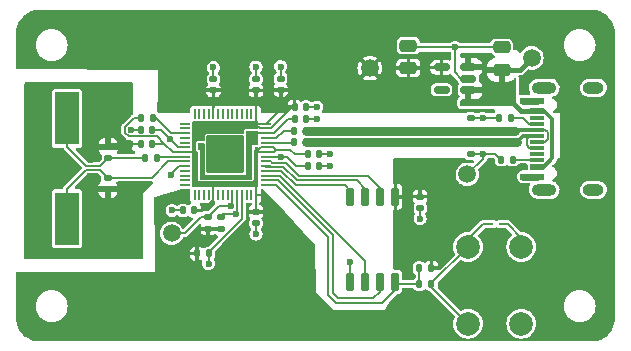
<source format=gbr>
%TF.GenerationSoftware,KiCad,Pcbnew,7.0.1*%
%TF.CreationDate,2023-04-17T02:54:27-04:00*%
%TF.ProjectId,DesktopSensorHub,4465736b-746f-4705-9365-6e736f724875,rev?*%
%TF.SameCoordinates,Original*%
%TF.FileFunction,Copper,L2,Bot*%
%TF.FilePolarity,Positive*%
%FSLAX46Y46*%
G04 Gerber Fmt 4.6, Leading zero omitted, Abs format (unit mm)*
G04 Created by KiCad (PCBNEW 7.0.1) date 2023-04-17 02:54:27*
%MOMM*%
%LPD*%
G01*
G04 APERTURE LIST*
G04 Aperture macros list*
%AMRoundRect*
0 Rectangle with rounded corners*
0 $1 Rounding radius*
0 $2 $3 $4 $5 $6 $7 $8 $9 X,Y pos of 4 corners*
0 Add a 4 corners polygon primitive as box body*
4,1,4,$2,$3,$4,$5,$6,$7,$8,$9,$2,$3,0*
0 Add four circle primitives for the rounded corners*
1,1,$1+$1,$2,$3*
1,1,$1+$1,$4,$5*
1,1,$1+$1,$6,$7*
1,1,$1+$1,$8,$9*
0 Add four rect primitives between the rounded corners*
20,1,$1+$1,$2,$3,$4,$5,0*
20,1,$1+$1,$4,$5,$6,$7,0*
20,1,$1+$1,$6,$7,$8,$9,0*
20,1,$1+$1,$8,$9,$2,$3,0*%
G04 Aperture macros list end*
%TA.AperFunction,SMDPad,CuDef*%
%ADD10RoundRect,0.250000X0.475000X-0.250000X0.475000X0.250000X-0.475000X0.250000X-0.475000X-0.250000X0*%
%TD*%
%TA.AperFunction,SMDPad,CuDef*%
%ADD11RoundRect,0.140000X0.170000X-0.140000X0.170000X0.140000X-0.170000X0.140000X-0.170000X-0.140000X0*%
%TD*%
%TA.AperFunction,SMDPad,CuDef*%
%ADD12RoundRect,0.140000X0.140000X0.170000X-0.140000X0.170000X-0.140000X-0.170000X0.140000X-0.170000X0*%
%TD*%
%TA.AperFunction,SMDPad,CuDef*%
%ADD13R,2.000000X4.500000*%
%TD*%
%TA.AperFunction,SMDPad,CuDef*%
%ADD14RoundRect,0.062500X0.117500X0.062500X-0.117500X0.062500X-0.117500X-0.062500X0.117500X-0.062500X0*%
%TD*%
%TA.AperFunction,SMDPad,CuDef*%
%ADD15RoundRect,0.135000X-0.135000X-0.185000X0.135000X-0.185000X0.135000X0.185000X-0.135000X0.185000X0*%
%TD*%
%TA.AperFunction,SMDPad,CuDef*%
%ADD16RoundRect,0.135000X0.135000X0.185000X-0.135000X0.185000X-0.135000X-0.185000X0.135000X-0.185000X0*%
%TD*%
%TA.AperFunction,SMDPad,CuDef*%
%ADD17RoundRect,0.135000X0.185000X-0.135000X0.185000X0.135000X-0.185000X0.135000X-0.185000X-0.135000X0*%
%TD*%
%TA.AperFunction,ComponentPad*%
%ADD18C,2.000000*%
%TD*%
%TA.AperFunction,SMDPad,CuDef*%
%ADD19RoundRect,0.140000X-0.170000X0.140000X-0.170000X-0.140000X0.170000X-0.140000X0.170000X0.140000X0*%
%TD*%
%TA.AperFunction,SMDPad,CuDef*%
%ADD20RoundRect,0.050000X0.050000X-0.387500X0.050000X0.387500X-0.050000X0.387500X-0.050000X-0.387500X0*%
%TD*%
%TA.AperFunction,SMDPad,CuDef*%
%ADD21RoundRect,0.050000X0.387500X-0.050000X0.387500X0.050000X-0.387500X0.050000X-0.387500X-0.050000X0*%
%TD*%
%TA.AperFunction,ComponentPad*%
%ADD22C,0.600000*%
%TD*%
%TA.AperFunction,SMDPad,CuDef*%
%ADD23RoundRect,0.144000X1.456000X-1.456000X1.456000X1.456000X-1.456000X1.456000X-1.456000X-1.456000X0*%
%TD*%
%TA.AperFunction,SMDPad,CuDef*%
%ADD24C,1.500000*%
%TD*%
%TA.AperFunction,SMDPad,CuDef*%
%ADD25RoundRect,0.140000X-0.140000X-0.170000X0.140000X-0.170000X0.140000X0.170000X-0.140000X0.170000X0*%
%TD*%
%TA.AperFunction,SMDPad,CuDef*%
%ADD26R,1.150000X0.600000*%
%TD*%
%TA.AperFunction,SMDPad,CuDef*%
%ADD27R,1.150000X0.300000*%
%TD*%
%TA.AperFunction,ComponentPad*%
%ADD28O,1.800000X1.000000*%
%TD*%
%TA.AperFunction,ComponentPad*%
%ADD29O,2.100000X1.000000*%
%TD*%
%TA.AperFunction,SMDPad,CuDef*%
%ADD30RoundRect,0.150000X0.150000X-0.650000X0.150000X0.650000X-0.150000X0.650000X-0.150000X-0.650000X0*%
%TD*%
%TA.AperFunction,SMDPad,CuDef*%
%ADD31RoundRect,0.150000X0.512500X0.150000X-0.512500X0.150000X-0.512500X-0.150000X0.512500X-0.150000X0*%
%TD*%
%TA.AperFunction,ViaPad*%
%ADD32C,0.600000*%
%TD*%
%TA.AperFunction,Conductor*%
%ADD33C,0.200000*%
%TD*%
%TA.AperFunction,Conductor*%
%ADD34C,0.150000*%
%TD*%
%TA.AperFunction,Conductor*%
%ADD35C,0.600000*%
%TD*%
%TA.AperFunction,Conductor*%
%ADD36C,0.300000*%
%TD*%
%TA.AperFunction,Conductor*%
%ADD37C,0.400000*%
%TD*%
%TA.AperFunction,Conductor*%
%ADD38C,0.800000*%
%TD*%
G04 APERTURE END LIST*
D10*
%TO.P,C6,1*%
%TO.N,Net-(U3-EN)*%
X136400000Y-68450000D03*
%TO.P,C6,2*%
%TO.N,GND*%
X136400000Y-66550000D03*
%TD*%
D11*
%TO.P,C19,1*%
%TO.N,+3V3*%
X115600000Y-70200000D03*
%TO.P,C19,2*%
%TO.N,GND*%
X115600000Y-69240000D03*
%TD*%
D12*
%TO.P,C17,1*%
%TO.N,+3V3*%
X110380000Y-80350000D03*
%TO.P,C17,2*%
%TO.N,GND*%
X109420000Y-80350000D03*
%TD*%
D13*
%TO.P,Y1,1,1*%
%TO.N,Net-(U1-XIN)*%
X99600000Y-81050000D03*
%TO.P,Y1,2,2*%
%TO.N,Net-(C10-Pad2)*%
X99600000Y-72550000D03*
%TD*%
D14*
%TO.P,D1,1,A1*%
%TO.N,Net-(D1-A1)*%
X135530000Y-81500000D03*
%TO.P,D1,2,A2*%
%TO.N,GND*%
X136370000Y-81500000D03*
%TD*%
D15*
%TO.P,R6,1*%
%TO.N,+3V3*%
X105840000Y-72550000D03*
%TO.P,R6,2*%
%TO.N,Net-(U1-RUN)*%
X106860000Y-72550000D03*
%TD*%
%TO.P,R7,1*%
%TO.N,Net-(C10-Pad2)*%
X106240000Y-75900000D03*
%TO.P,R7,2*%
%TO.N,Net-(U1-XOUT)*%
X107260000Y-75900000D03*
%TD*%
D16*
%TO.P,R11,1*%
%TO.N,Net-(J1-CC1)*%
X137210000Y-72500000D03*
%TO.P,R11,2*%
%TO.N,GND*%
X136190000Y-72500000D03*
%TD*%
D11*
%TO.P,C9,1*%
%TO.N,GND*%
X103050000Y-78530000D03*
%TO.P,C9,2*%
%TO.N,Net-(U1-XIN)*%
X103050000Y-77570000D03*
%TD*%
D17*
%TO.P,R5,1*%
%TO.N,+3V3*%
X111550000Y-81910000D03*
%TO.P,R5,2*%
%TO.N,Net-(U1-GPIO4)*%
X111550000Y-80890000D03*
%TD*%
D18*
%TO.P,SW1,1,1*%
%TO.N,GND*%
X138050000Y-89950000D03*
X138050000Y-83450000D03*
%TO.P,SW1,2,2*%
%TO.N,Net-(D1-A1)*%
X133550000Y-89950000D03*
X133550000Y-83450000D03*
%TD*%
D19*
%TO.P,C8,1*%
%TO.N,+3V3*%
X129500000Y-79190000D03*
%TO.P,C8,2*%
%TO.N,GND*%
X129500000Y-80150000D03*
%TD*%
D20*
%TO.P,U1,1,IOVDD*%
%TO.N,+3V3*%
X115600000Y-79050000D03*
%TO.P,U1,2,GPIO0*%
%TO.N,unconnected-(U1-GPIO0-Pad2)*%
X115200000Y-79050000D03*
%TO.P,U1,3,GPIO1*%
%TO.N,unconnected-(U1-GPIO1-Pad3)*%
X114800000Y-79050000D03*
%TO.P,U1,4,GPIO2*%
%TO.N,Net-(U1-GPIO2)*%
X114400000Y-79050000D03*
%TO.P,U1,5,GPIO3*%
%TO.N,Net-(U1-GPIO3)*%
X114000000Y-79050000D03*
%TO.P,U1,6,GPIO4*%
%TO.N,Net-(U1-GPIO4)*%
X113600000Y-79050000D03*
%TO.P,U1,7,GPIO5*%
%TO.N,unconnected-(U1-GPIO5-Pad7)*%
X113200000Y-79050000D03*
%TO.P,U1,8,GPIO6*%
%TO.N,unconnected-(U1-GPIO6-Pad8)*%
X112800000Y-79050000D03*
%TO.P,U1,9,GPIO7*%
%TO.N,unconnected-(U1-GPIO7-Pad9)*%
X112400000Y-79050000D03*
%TO.P,U1,10,IOVDD*%
%TO.N,+3V3*%
X112000000Y-79050000D03*
%TO.P,U1,11,GPIO8*%
%TO.N,unconnected-(U1-GPIO8-Pad11)*%
X111600000Y-79050000D03*
%TO.P,U1,12,GPIO9*%
%TO.N,unconnected-(U1-GPIO9-Pad12)*%
X111200000Y-79050000D03*
%TO.P,U1,13,GPIO10*%
%TO.N,unconnected-(U1-GPIO10-Pad13)*%
X110800000Y-79050000D03*
%TO.P,U1,14,GPIO11*%
%TO.N,unconnected-(U1-GPIO11-Pad14)*%
X110400000Y-79050000D03*
D21*
%TO.P,U1,15,GPIO12*%
%TO.N,unconnected-(U1-GPIO12-Pad15)*%
X109562500Y-78212500D03*
%TO.P,U1,16,GPIO13*%
%TO.N,unconnected-(U1-GPIO13-Pad16)*%
X109562500Y-77812500D03*
%TO.P,U1,17,GPIO14*%
%TO.N,unconnected-(U1-GPIO14-Pad17)*%
X109562500Y-77412500D03*
%TO.P,U1,18,GPIO15*%
%TO.N,unconnected-(U1-GPIO15-Pad18)*%
X109562500Y-77012500D03*
%TO.P,U1,19,TESTEN*%
%TO.N,GND*%
X109562500Y-76612500D03*
%TO.P,U1,20,XIN*%
%TO.N,Net-(U1-XIN)*%
X109562500Y-76212500D03*
%TO.P,U1,21,XOUT*%
%TO.N,Net-(U1-XOUT)*%
X109562500Y-75812500D03*
%TO.P,U1,22,IOVDD*%
%TO.N,+3V3*%
X109562500Y-75412500D03*
%TO.P,U1,23,DVDD*%
%TO.N,+1V1*%
X109562500Y-75012500D03*
%TO.P,U1,24,SWCLK*%
%TO.N,unconnected-(U1-SWCLK-Pad24)*%
X109562500Y-74612500D03*
%TO.P,U1,25,SWD*%
%TO.N,unconnected-(U1-SWD-Pad25)*%
X109562500Y-74212500D03*
%TO.P,U1,26,RUN*%
%TO.N,Net-(U1-RUN)*%
X109562500Y-73812500D03*
%TO.P,U1,27,GPIO16*%
%TO.N,unconnected-(U1-GPIO16-Pad27)*%
X109562500Y-73412500D03*
%TO.P,U1,28,GPIO17*%
%TO.N,unconnected-(U1-GPIO17-Pad28)*%
X109562500Y-73012500D03*
D20*
%TO.P,U1,29,GPIO18*%
%TO.N,unconnected-(U1-GPIO18-Pad29)*%
X110400000Y-72175000D03*
%TO.P,U1,30,GPIO19*%
%TO.N,unconnected-(U1-GPIO19-Pad30)*%
X110800000Y-72175000D03*
%TO.P,U1,31,GPIO20*%
%TO.N,unconnected-(U1-GPIO20-Pad31)*%
X111200000Y-72175000D03*
%TO.P,U1,32,GPIO21*%
%TO.N,unconnected-(U1-GPIO21-Pad32)*%
X111600000Y-72175000D03*
%TO.P,U1,33,IOVDD*%
%TO.N,+3V3*%
X112000000Y-72175000D03*
%TO.P,U1,34,GPIO22*%
%TO.N,unconnected-(U1-GPIO22-Pad34)*%
X112400000Y-72175000D03*
%TO.P,U1,35,GPIO23*%
%TO.N,unconnected-(U1-GPIO23-Pad35)*%
X112800000Y-72175000D03*
%TO.P,U1,36,GPIO24*%
%TO.N,unconnected-(U1-GPIO24-Pad36)*%
X113200000Y-72175000D03*
%TO.P,U1,37,GPIO25*%
%TO.N,unconnected-(U1-GPIO25-Pad37)*%
X113600000Y-72175000D03*
%TO.P,U1,38,GPIO26_ADC0*%
%TO.N,unconnected-(U1-GPIO26_ADC0-Pad38)*%
X114000000Y-72175000D03*
%TO.P,U1,39,GPIO27_ADC1*%
%TO.N,unconnected-(U1-GPIO27_ADC1-Pad39)*%
X114400000Y-72175000D03*
%TO.P,U1,40,GPIO28_ADC2*%
%TO.N,unconnected-(U1-GPIO28_ADC2-Pad40)*%
X114800000Y-72175000D03*
%TO.P,U1,41,GPIO29_ADC3*%
%TO.N,unconnected-(U1-GPIO29_ADC3-Pad41)*%
X115200000Y-72175000D03*
%TO.P,U1,42,IOVDD*%
%TO.N,+3V3*%
X115600000Y-72175000D03*
D21*
%TO.P,U1,43,ADC_AVDD*%
X116437500Y-73012500D03*
%TO.P,U1,44,VREG_IN*%
X116437500Y-73412500D03*
%TO.P,U1,45,VREG_VOUT*%
%TO.N,+1V1*%
X116437500Y-73812500D03*
%TO.P,U1,46,USB_DM*%
%TO.N,Net-(U1-USB_DM)*%
X116437500Y-74212500D03*
%TO.P,U1,47,USB_DP*%
%TO.N,Net-(U1-USB_DP)*%
X116437500Y-74612500D03*
%TO.P,U1,48,USB_VDD*%
%TO.N,+3V3*%
X116437500Y-75012500D03*
%TO.P,U1,49,IOVDD*%
X116437500Y-75412500D03*
%TO.P,U1,50,DVDD*%
%TO.N,+1V1*%
X116437500Y-75812500D03*
%TO.P,U1,51,QSPI_SD3*%
%TO.N,Net-(U1-QSPI_SD3)*%
X116437500Y-76212500D03*
%TO.P,U1,52,QSPI_SCLK*%
%TO.N,Net-(U1-QSPI_SCLK)*%
X116437500Y-76612500D03*
%TO.P,U1,53,QSPI_SD0*%
%TO.N,Net-(U1-QSPI_SD0)*%
X116437500Y-77012500D03*
%TO.P,U1,54,QSPI_SD2*%
%TO.N,Net-(U1-QSPI_SD2)*%
X116437500Y-77412500D03*
%TO.P,U1,55,QSPI_SD1*%
%TO.N,Net-(U1-QSPI_SD1)*%
X116437500Y-77812500D03*
%TO.P,U1,56,QSPI_SS*%
%TO.N,Net-(U1-QSPI_SS)*%
X116437500Y-78212500D03*
D22*
%TO.P,U1,57,GND*%
%TO.N,GND*%
X111725000Y-76887500D03*
X113000000Y-76887500D03*
X114275000Y-76887500D03*
X111725000Y-75612500D03*
X113000000Y-75612500D03*
D23*
X113000000Y-75612500D03*
D22*
X114275000Y-75612500D03*
X111725000Y-74337500D03*
X113000000Y-74337500D03*
X114275000Y-74337500D03*
%TD*%
D15*
%TO.P,R1,1*%
%TO.N,Net-(U1-QSPI_SS)*%
X129440000Y-86600000D03*
%TO.P,R1,2*%
%TO.N,Net-(D1-A1)*%
X130460000Y-86600000D03*
%TD*%
D17*
%TO.P,R8,1*%
%TO.N,+3V3*%
X112650000Y-81910000D03*
%TO.P,R8,2*%
%TO.N,Net-(U1-GPIO3)*%
X112650000Y-80890000D03*
%TD*%
D24*
%TO.P,TP1,1,1*%
%TO.N,+3V3*%
X125250000Y-68300000D03*
%TD*%
D16*
%TO.P,R12,1*%
%TO.N,Net-(J1-CC2)*%
X137365000Y-76050000D03*
%TO.P,R12,2*%
%TO.N,GND*%
X136345000Y-76050000D03*
%TD*%
D12*
%TO.P,C13,1*%
%TO.N,+1V1*%
X106830000Y-73550000D03*
%TO.P,C13,2*%
%TO.N,GND*%
X105870000Y-73550000D03*
%TD*%
D24*
%TO.P,TP2,1,1*%
%TO.N,GND*%
X133500000Y-77300000D03*
%TD*%
D16*
%TO.P,R2,1*%
%TO.N,/USB_D-*%
X119860000Y-73600000D03*
%TO.P,R2,2*%
%TO.N,Net-(U1-USB_DM)*%
X118840000Y-73600000D03*
%TD*%
D25*
%TO.P,C11,1*%
%TO.N,+1V1*%
X118870000Y-72600000D03*
%TO.P,C11,2*%
%TO.N,GND*%
X119830000Y-72600000D03*
%TD*%
D11*
%TO.P,C1,1*%
%TO.N,/USB_D-*%
X133800000Y-73530000D03*
%TO.P,C1,2*%
%TO.N,GND*%
X133800000Y-72570000D03*
%TD*%
D16*
%TO.P,R10,1*%
%TO.N,+3V3*%
X130460000Y-85250000D03*
%TO.P,R10,2*%
%TO.N,Net-(U1-QSPI_SS)*%
X129440000Y-85250000D03*
%TD*%
D26*
%TO.P,J1,A1,GND*%
%TO.N,GND*%
X139420000Y-71100000D03*
%TO.P,J1,A4,VBUS*%
%TO.N,Net-(U3-EN)*%
X139420000Y-71900000D03*
D27*
%TO.P,J1,A5,CC1*%
%TO.N,Net-(J1-CC1)*%
X139420000Y-73050000D03*
%TO.P,J1,A6,D+*%
%TO.N,/USB_D+*%
X139420000Y-74050000D03*
%TO.P,J1,A7,D-*%
%TO.N,/USB_D-*%
X139420000Y-74550000D03*
%TO.P,J1,A8,SBU1*%
%TO.N,unconnected-(J1-SBU1-PadA8)*%
X139420000Y-75550000D03*
D26*
%TO.P,J1,A9,VBUS*%
%TO.N,Net-(U3-EN)*%
X139420000Y-76700000D03*
%TO.P,J1,A12,GND*%
%TO.N,GND*%
X139420000Y-77500000D03*
%TO.P,J1,B1,GND*%
X139420000Y-77500000D03*
%TO.P,J1,B4,VBUS*%
%TO.N,Net-(U3-EN)*%
X139420000Y-76700000D03*
D27*
%TO.P,J1,B5,CC2*%
%TO.N,Net-(J1-CC2)*%
X139420000Y-76050000D03*
%TO.P,J1,B6,D+*%
%TO.N,/USB_D+*%
X139420000Y-75050000D03*
%TO.P,J1,B7,D-*%
%TO.N,/USB_D-*%
X139420000Y-73550000D03*
%TO.P,J1,B8,SBU2*%
%TO.N,unconnected-(J1-SBU2-PadB8)*%
X139420000Y-72550000D03*
D26*
%TO.P,J1,B9,VBUS*%
%TO.N,Net-(U3-EN)*%
X139420000Y-71900000D03*
%TO.P,J1,B12,GND*%
%TO.N,GND*%
X139420000Y-71100000D03*
D28*
%TO.P,J1,S1,SHIELD*%
%TO.N,Net-(J1-SHIELD)*%
X144175000Y-69980000D03*
D29*
X139995000Y-69980000D03*
D28*
X144175000Y-78620000D03*
D29*
X139995000Y-78620000D03*
%TD*%
D16*
%TO.P,R3,1*%
%TO.N,/USB_D+*%
X119860000Y-74600000D03*
%TO.P,R3,2*%
%TO.N,Net-(U1-USB_DP)*%
X118840000Y-74600000D03*
%TD*%
D11*
%TO.P,C20,1*%
%TO.N,+3V3*%
X117700000Y-70150000D03*
%TO.P,C20,2*%
%TO.N,GND*%
X117700000Y-69190000D03*
%TD*%
D19*
%TO.P,C15,1*%
%TO.N,+3V3*%
X115600000Y-80470000D03*
%TO.P,C15,2*%
%TO.N,GND*%
X115600000Y-81430000D03*
%TD*%
%TO.P,C2,1*%
%TO.N,/USB_D+*%
X133800000Y-74620000D03*
%TO.P,C2,2*%
%TO.N,GND*%
X133800000Y-75580000D03*
%TD*%
D24*
%TO.P,TP3,1,1*%
%TO.N,Net-(U3-EN)*%
X138950000Y-67450000D03*
%TD*%
D30*
%TO.P,U5,1,~{CS}*%
%TO.N,Net-(U1-QSPI_SS)*%
X127405000Y-86412500D03*
%TO.P,U5,2,DO(IO1)*%
%TO.N,Net-(U1-QSPI_SD1)*%
X126135000Y-86412500D03*
%TO.P,U5,3,IO2*%
%TO.N,Net-(U1-QSPI_SD2)*%
X124865000Y-86412500D03*
%TO.P,U5,4,GND*%
%TO.N,GND*%
X123595000Y-86412500D03*
%TO.P,U5,5,DI(IO0)*%
%TO.N,Net-(U1-QSPI_SD0)*%
X123595000Y-79212500D03*
%TO.P,U5,6,CLK*%
%TO.N,Net-(U1-QSPI_SCLK)*%
X124865000Y-79212500D03*
%TO.P,U5,7,IO3*%
%TO.N,Net-(U1-QSPI_SD3)*%
X126135000Y-79212500D03*
%TO.P,U5,8,VCC*%
%TO.N,+3V3*%
X127405000Y-79212500D03*
%TD*%
D25*
%TO.P,C12,1*%
%TO.N,+1V1*%
X119970000Y-76612500D03*
%TO.P,C12,2*%
%TO.N,GND*%
X120930000Y-76612500D03*
%TD*%
D19*
%TO.P,C10,1*%
%TO.N,GND*%
X103100000Y-74970000D03*
%TO.P,C10,2*%
%TO.N,Net-(C10-Pad2)*%
X103100000Y-75930000D03*
%TD*%
D25*
%TO.P,C14,1*%
%TO.N,+3V3*%
X119970000Y-75612500D03*
%TO.P,C14,2*%
%TO.N,GND*%
X120930000Y-75612500D03*
%TD*%
D24*
%TO.P,TP4,1,1*%
%TO.N,Net-(U1-GPIO4)*%
X108450000Y-82300000D03*
%TD*%
D12*
%TO.P,C18,1*%
%TO.N,+3V3*%
X106830000Y-74700000D03*
%TO.P,C18,2*%
%TO.N,GND*%
X105870000Y-74700000D03*
%TD*%
D31*
%TO.P,U3,1,VIN*%
%TO.N,Net-(U3-EN)*%
X133587500Y-68250000D03*
%TO.P,U3,2,GND*%
%TO.N,GND*%
X133587500Y-69200000D03*
%TO.P,U3,3,EN*%
%TO.N,Net-(U3-EN)*%
X133587500Y-70150000D03*
%TO.P,U3,4,NC*%
%TO.N,unconnected-(U3-NC-Pad4)*%
X131312500Y-70150000D03*
%TO.P,U3,5,VOUT*%
%TO.N,+3V3*%
X131312500Y-68250000D03*
%TD*%
D25*
%TO.P,C21,1*%
%TO.N,+3V3*%
X118870000Y-71600000D03*
%TO.P,C21,2*%
%TO.N,GND*%
X119830000Y-71600000D03*
%TD*%
D11*
%TO.P,C16,1*%
%TO.N,+3V3*%
X112000000Y-70180000D03*
%TO.P,C16,2*%
%TO.N,GND*%
X112000000Y-69220000D03*
%TD*%
D15*
%TO.P,R9,1*%
%TO.N,+3V3*%
X110590000Y-84000000D03*
%TO.P,R9,2*%
%TO.N,Net-(U1-GPIO2)*%
X111610000Y-84000000D03*
%TD*%
D10*
%TO.P,C7,1*%
%TO.N,+3V3*%
X128500000Y-68300000D03*
%TO.P,C7,2*%
%TO.N,GND*%
X128500000Y-66400000D03*
%TD*%
D32*
%TO.N,GND*%
X134800000Y-75580000D03*
X115600000Y-68220000D03*
X97700000Y-70550000D03*
X97700000Y-83000000D03*
X132450000Y-66550000D03*
X100550000Y-76750000D03*
X117700000Y-68170000D03*
X138250000Y-71100000D03*
X103100000Y-74100000D03*
X129500000Y-81050000D03*
X134800000Y-72570000D03*
X123600000Y-84700000D03*
X138250000Y-77500000D03*
X105050000Y-73550000D03*
X120750000Y-72600000D03*
X121850000Y-75600000D03*
X101500000Y-83000000D03*
X101550000Y-77450000D03*
X115600000Y-82350000D03*
X121850000Y-76600000D03*
X103050000Y-79450000D03*
X108500000Y-80350000D03*
X101400000Y-70500000D03*
X108400000Y-77350000D03*
X120750000Y-71600000D03*
X112000000Y-68250000D03*
X101600000Y-76050000D03*
%TO.N,+3V3*%
X113200000Y-83300000D03*
%TO.N,+1V1*%
X117750000Y-75812500D03*
X108300000Y-74300000D03*
X115050000Y-75000000D03*
X110950000Y-74950000D03*
%TO.N,Net-(U1-GPIO4)*%
X113475500Y-79950000D03*
%TO.N,Net-(U1-GPIO3)*%
X113875500Y-80700000D03*
%TO.N,Net-(U1-GPIO2)*%
X111600000Y-84850000D03*
%TD*%
D33*
%TO.N,GND*%
X134800000Y-75580000D02*
X134800000Y-76000000D01*
D34*
X133800000Y-75580000D02*
X134800000Y-75580000D01*
D33*
X105870000Y-73550000D02*
X105050000Y-73550000D01*
X109100736Y-76612500D02*
X108400000Y-77313236D01*
X120930000Y-76612500D02*
X121837500Y-76612500D01*
D34*
X136370000Y-81500000D02*
X136900000Y-81500000D01*
D33*
X121837500Y-76612500D02*
X121850000Y-76600000D01*
D34*
X136345000Y-76050000D02*
X135875000Y-75580000D01*
D33*
X123595000Y-84705000D02*
X123600000Y-84700000D01*
X103370000Y-74700000D02*
X103100000Y-74970000D01*
X109562500Y-76612500D02*
X109100736Y-76612500D01*
D34*
X133800000Y-72570000D02*
X134800000Y-72570000D01*
X136900000Y-81500000D02*
X138050000Y-82650000D01*
D33*
X112000000Y-68250000D02*
X112000000Y-69220000D01*
X109420000Y-80350000D02*
X108500000Y-80350000D01*
X108400000Y-77313236D02*
X108400000Y-77350000D01*
X121837500Y-75612500D02*
X121850000Y-75600000D01*
D35*
X139420000Y-71100000D02*
X138250000Y-71100000D01*
D34*
X135875000Y-75580000D02*
X134800000Y-75580000D01*
D33*
X132450000Y-66550000D02*
X132450000Y-68650000D01*
D35*
X138250000Y-77500000D02*
X139420000Y-77500000D01*
D33*
X133000000Y-69200000D02*
X132450000Y-68650000D01*
X117700000Y-69190000D02*
X117700000Y-68170000D01*
D34*
X134870000Y-72500000D02*
X134800000Y-72570000D01*
D33*
X132450000Y-66550000D02*
X128650000Y-66550000D01*
D34*
X138050000Y-82650000D02*
X138050000Y-83450000D01*
D33*
X128650000Y-66550000D02*
X128500000Y-66400000D01*
D34*
X103050000Y-79450000D02*
X103050000Y-78530000D01*
D33*
X119830000Y-72600000D02*
X120750000Y-72600000D01*
X123595000Y-86412500D02*
X123595000Y-84705000D01*
D34*
X129500000Y-81050000D02*
X129500000Y-80150000D01*
D33*
X134800000Y-76000000D02*
X133500000Y-77300000D01*
X120930000Y-75612500D02*
X121837500Y-75612500D01*
X119830000Y-71600000D02*
X120750000Y-71600000D01*
X105870000Y-74700000D02*
X103370000Y-74700000D01*
X133587500Y-69200000D02*
X133000000Y-69200000D01*
D34*
X136190000Y-72500000D02*
X134870000Y-72500000D01*
X103100000Y-74100000D02*
X103100000Y-74970000D01*
D33*
X115600000Y-69240000D02*
X115600000Y-68220000D01*
X115600000Y-81430000D02*
X115600000Y-82350000D01*
X136400000Y-66550000D02*
X132450000Y-66550000D01*
%TO.N,+3V3*%
X127405000Y-79212500D02*
X127427500Y-79190000D01*
X116437500Y-73012500D02*
X117700000Y-71750000D01*
X112000000Y-79050000D02*
X112000000Y-79511764D01*
X117300000Y-75250000D02*
X118500000Y-75250000D01*
X109562500Y-75412500D02*
X108562500Y-75412500D01*
D34*
X104842537Y-74085000D02*
X104525000Y-73767463D01*
D33*
X108562500Y-75412500D02*
X107850000Y-74700000D01*
X118500000Y-75250000D02*
X118862500Y-75612500D01*
X115600000Y-72175000D02*
X115600000Y-72900000D01*
X115912500Y-73412500D02*
X115700000Y-73200000D01*
D34*
X107850000Y-74700000D02*
X107235000Y-74085000D01*
D33*
X109562500Y-75412500D02*
X110212500Y-75412500D01*
X112000000Y-79050000D02*
X112000000Y-78250000D01*
X118862500Y-75612500D02*
X119970000Y-75612500D01*
X117062500Y-75012500D02*
X117300000Y-75250000D01*
X116437500Y-73412500D02*
X115912500Y-73412500D01*
X112000000Y-72175000D02*
X112000000Y-70180000D01*
D34*
X107235000Y-74085000D02*
X104842537Y-74085000D01*
D33*
X115600000Y-70200000D02*
X115600000Y-72175000D01*
X116437500Y-75412500D02*
X115712500Y-75412500D01*
X127427500Y-79190000D02*
X129500000Y-79190000D01*
X117700000Y-71750000D02*
X117700000Y-70150000D01*
X115987500Y-75012500D02*
X115700000Y-75300000D01*
X116437500Y-73412500D02*
X116837500Y-73412500D01*
X116437500Y-75012500D02*
X115987500Y-75012500D01*
D34*
X105250000Y-72550000D02*
X105840000Y-72550000D01*
D33*
X112000000Y-79511764D02*
X111161764Y-80350000D01*
X115600000Y-79050000D02*
X115600000Y-78250000D01*
X110212500Y-75412500D02*
X110350000Y-75550000D01*
X107850000Y-74700000D02*
X106830000Y-74700000D01*
D34*
X104525000Y-73767463D02*
X104525000Y-73275000D01*
D33*
X116437500Y-75412500D02*
X117137500Y-75412500D01*
X111161764Y-80350000D02*
X110380000Y-80350000D01*
X116437500Y-73012500D02*
X115712500Y-73012500D01*
D34*
X104525000Y-73275000D02*
X105250000Y-72550000D01*
D33*
X116437500Y-75012500D02*
X117062500Y-75012500D01*
X116837500Y-73412500D02*
X118650000Y-71600000D01*
X115600000Y-79050000D02*
X115600000Y-80470000D01*
X118650000Y-71600000D02*
X118870000Y-71600000D01*
X117137500Y-75412500D02*
X117300000Y-75250000D01*
D36*
%TO.N,Net-(U3-EN)*%
X139959695Y-71900000D02*
X139420000Y-71900000D01*
X139420000Y-76700000D02*
X139959695Y-76700000D01*
D37*
X138950000Y-67450000D02*
X137950000Y-68450000D01*
X139420000Y-71900000D02*
X138000000Y-71900000D01*
X137950000Y-68450000D02*
X136400000Y-68450000D01*
D36*
X140705000Y-75954695D02*
X140705000Y-72645305D01*
X140705000Y-72645305D02*
X139959695Y-71900000D01*
D37*
X138000000Y-71900000D02*
X137400000Y-71300000D01*
D36*
X139959695Y-76700000D02*
X140705000Y-75954695D01*
D34*
%TO.N,Net-(U1-XIN)*%
X109562500Y-76212500D02*
X108187500Y-76212500D01*
X103050000Y-77570000D02*
X102380000Y-76900000D01*
X99600000Y-78550000D02*
X99600000Y-81050000D01*
X102380000Y-76900000D02*
X101250000Y-76900000D01*
X101250000Y-76900000D02*
X99600000Y-78550000D01*
X106830000Y-77570000D02*
X103050000Y-77570000D01*
X108187500Y-76212500D02*
X106830000Y-77570000D01*
%TO.N,Net-(C10-Pad2)*%
X103130000Y-75900000D02*
X103100000Y-75930000D01*
X99600000Y-74950000D02*
X99600000Y-72550000D01*
X106240000Y-75900000D02*
X103130000Y-75900000D01*
X101250000Y-76600000D02*
X99600000Y-74950000D01*
X102430000Y-76600000D02*
X101250000Y-76600000D01*
X103100000Y-75930000D02*
X102430000Y-76600000D01*
%TO.N,+1V1*%
X119000000Y-76612500D02*
X119970000Y-76612500D01*
D33*
X109012500Y-75012500D02*
X108300000Y-74300000D01*
D34*
X118200000Y-75812500D02*
X119000000Y-76612500D01*
D33*
X107550000Y-73550000D02*
X106830000Y-73550000D01*
D34*
X117750000Y-75812500D02*
X118200000Y-75812500D01*
X116437500Y-75812500D02*
X117750000Y-75812500D01*
D33*
X116437500Y-73812500D02*
X115737500Y-73812500D01*
X117087500Y-73812500D02*
X118300000Y-72600000D01*
X109562500Y-75012500D02*
X109012500Y-75012500D01*
X116437500Y-73812500D02*
X117087500Y-73812500D01*
X118300000Y-72600000D02*
X118870000Y-72600000D01*
X108300000Y-74300000D02*
X107550000Y-73550000D01*
D34*
%TO.N,Net-(D1-A1)*%
X130460000Y-86540000D02*
X130460000Y-86600000D01*
X134850000Y-81500000D02*
X133550000Y-82800000D01*
X130460000Y-86860000D02*
X133550000Y-89950000D01*
X133550000Y-83450000D02*
X130460000Y-86540000D01*
X135530000Y-81500000D02*
X134850000Y-81500000D01*
X130460000Y-86600000D02*
X130460000Y-86860000D01*
X133550000Y-82800000D02*
X133550000Y-83450000D01*
%TO.N,Net-(J1-CC1)*%
X138205000Y-72500000D02*
X137210000Y-72500000D01*
X139420000Y-73050000D02*
X138755000Y-73050000D01*
X138755000Y-73050000D02*
X138205000Y-72500000D01*
%TO.N,Net-(J1-CC2)*%
X137365000Y-76050000D02*
X139420000Y-76050000D01*
%TO.N,Net-(U1-QSPI_SS)*%
X127405000Y-87107500D02*
X127405000Y-86412500D01*
X126300000Y-88212500D02*
X127405000Y-87107500D01*
X129440000Y-86600000D02*
X127592500Y-86600000D01*
X129440000Y-85250000D02*
X129440000Y-86600000D01*
X121700000Y-87512500D02*
X122400000Y-88212500D01*
X122400000Y-88212500D02*
X126300000Y-88212500D01*
X121700000Y-82612500D02*
X121700000Y-87512500D01*
X127592500Y-86600000D02*
X127405000Y-86412500D01*
X116437500Y-78212500D02*
X117300000Y-78212500D01*
X117300000Y-78212500D02*
X121700000Y-82612500D01*
D36*
%TO.N,/USB_D-*%
X138532499Y-73575000D02*
X138557499Y-73550000D01*
D33*
X140105000Y-73550000D02*
X139420000Y-73550000D01*
D38*
X119885000Y-73625000D02*
X119860000Y-73600000D01*
D36*
X137550000Y-73575000D02*
X138532499Y-73575000D01*
D33*
X139420000Y-74550000D02*
X140105000Y-74550000D01*
X140305000Y-73750000D02*
X140105000Y-73550000D01*
X140305000Y-74350000D02*
X140305000Y-73750000D01*
D36*
X138557499Y-73550000D02*
X139420000Y-73550000D01*
D38*
X137500000Y-73625000D02*
X119885000Y-73625000D01*
D33*
X140105000Y-74550000D02*
X140305000Y-74350000D01*
%TO.N,/USB_D+*%
X138705000Y-75050000D02*
X139420000Y-75050000D01*
D36*
X138532499Y-74025000D02*
X138557499Y-74050000D01*
X138557499Y-74050000D02*
X139420000Y-74050000D01*
D33*
X139420000Y-74050000D02*
X138730000Y-74050000D01*
D38*
X119885000Y-74575000D02*
X119860000Y-74600000D01*
D36*
X137700000Y-74575000D02*
X138250000Y-74025000D01*
D33*
X138505000Y-74850000D02*
X138705000Y-75050000D01*
X138505000Y-74275000D02*
X138505000Y-74850000D01*
D36*
X138250000Y-74025000D02*
X138532499Y-74025000D01*
D38*
X137700000Y-74575000D02*
X119885000Y-74575000D01*
D33*
X138730000Y-74050000D02*
X138505000Y-74275000D01*
D34*
%TO.N,Net-(U1-GPIO4)*%
X113600000Y-79825500D02*
X113475500Y-79950000D01*
X113475500Y-79950000D02*
X112490000Y-79950000D01*
X113600000Y-79050000D02*
X113600000Y-79825500D01*
X112490000Y-79950000D02*
X111550000Y-80890000D01*
X109550000Y-82300000D02*
X108450000Y-82300000D01*
X111550000Y-80890000D02*
X110960000Y-80890000D01*
X110960000Y-80890000D02*
X109550000Y-82300000D01*
%TO.N,Net-(U1-RUN)*%
X108375000Y-73775000D02*
X107150000Y-72550000D01*
X109562500Y-73812500D02*
X109525000Y-73775000D01*
X109525000Y-73775000D02*
X108375000Y-73775000D01*
X107150000Y-72550000D02*
X106860000Y-72550000D01*
%TO.N,Net-(U1-XOUT)*%
X107347500Y-75812500D02*
X107260000Y-75900000D01*
X109562500Y-75812500D02*
X107347500Y-75812500D01*
%TO.N,Net-(U1-GPIO3)*%
X114000000Y-79050000D02*
X114000000Y-80575500D01*
X112840000Y-80700000D02*
X112650000Y-80890000D01*
X114000000Y-80575500D02*
X113875500Y-80700000D01*
X113875500Y-80700000D02*
X112840000Y-80700000D01*
%TO.N,Net-(U1-GPIO2)*%
X114400000Y-81050000D02*
X111600000Y-83850000D01*
X114400000Y-79050000D02*
X114400000Y-81050000D01*
X111600000Y-83850000D02*
X111600000Y-84850000D01*
%TO.N,Net-(U1-QSPI_SD3)*%
X118175000Y-76337500D02*
X119250000Y-77412500D01*
X126135000Y-78447500D02*
X126135000Y-79212500D01*
X116437500Y-76212500D02*
X116863909Y-76212500D01*
X119250000Y-77412500D02*
X125100000Y-77412500D01*
X125100000Y-77412500D02*
X126135000Y-78447500D01*
X116863909Y-76212500D02*
X116988909Y-76337500D01*
X116988909Y-76337500D02*
X118175000Y-76337500D01*
%TO.N,Net-(U1-QSPI_SCLK)*%
X119100000Y-77812500D02*
X124150000Y-77812500D01*
X117925000Y-76637500D02*
X119100000Y-77812500D01*
X116437500Y-76612500D02*
X116462500Y-76637500D01*
X116462500Y-76637500D02*
X117925000Y-76637500D01*
X124150000Y-77812500D02*
X124865000Y-78527500D01*
X124865000Y-78477500D02*
X124865000Y-79212500D01*
X124865000Y-78527500D02*
X124865000Y-79212500D01*
%TO.N,Net-(U1-QSPI_SD0)*%
X118950000Y-78212500D02*
X123100000Y-78212500D01*
X123595000Y-78707500D02*
X123595000Y-79212500D01*
X117750000Y-77012500D02*
X118950000Y-78212500D01*
X116437500Y-77012500D02*
X117750000Y-77012500D01*
X123100000Y-78212500D02*
X123595000Y-78707500D01*
%TO.N,Net-(U1-QSPI_SD2)*%
X124865000Y-84677500D02*
X124865000Y-86412500D01*
X117600000Y-77412500D02*
X124865000Y-84677500D01*
X116437500Y-77412500D02*
X117600000Y-77412500D01*
%TO.N,Net-(U1-QSPI_SD1)*%
X116437500Y-77812500D02*
X117450000Y-77812500D01*
X125550000Y-87812500D02*
X126135000Y-87227500D01*
X117450000Y-77812500D02*
X122100000Y-82462500D01*
X122550000Y-87812500D02*
X125550000Y-87812500D01*
X122100000Y-87362500D02*
X122550000Y-87812500D01*
X126135000Y-87227500D02*
X126135000Y-86412500D01*
X122100000Y-82462500D02*
X122100000Y-87362500D01*
D33*
%TO.N,Net-(U1-USB_DM)*%
X117337500Y-74212500D02*
X117950000Y-73600000D01*
X116437500Y-74212500D02*
X117337500Y-74212500D01*
X117950000Y-73600000D02*
X118840000Y-73600000D01*
%TO.N,Net-(U1-USB_DP)*%
X118827500Y-74612500D02*
X118840000Y-74600000D01*
X116437500Y-74612500D02*
X118827500Y-74612500D01*
%TD*%
%TA.AperFunction,Conductor*%
%TO.N,+3V3*%
G36*
X115763000Y-72809914D02*
G01*
X115790086Y-72837000D01*
X115800000Y-72874000D01*
X115800000Y-73370614D01*
X115788187Y-73410724D01*
X115756519Y-73438028D01*
X115725234Y-73442395D01*
X115725234Y-73444500D01*
X114823999Y-73444500D01*
X114783758Y-73449797D01*
X114746747Y-73459714D01*
X114709251Y-73475245D01*
X114677046Y-73499958D01*
X114649958Y-73527046D01*
X114625245Y-73559251D01*
X114609714Y-73596747D01*
X114599797Y-73633758D01*
X114594500Y-73673999D01*
X114594500Y-73789886D01*
X114583114Y-73829326D01*
X114552460Y-73856629D01*
X114511972Y-73863392D01*
X114499968Y-73862000D01*
X111500032Y-73862000D01*
X111500031Y-73862000D01*
X111475407Y-73864856D01*
X111374683Y-73909331D01*
X111296831Y-73987183D01*
X111252356Y-74087907D01*
X111249500Y-74112531D01*
X111249500Y-74420500D01*
X111239586Y-74457500D01*
X111212500Y-74484586D01*
X111175500Y-74494500D01*
X110723999Y-74494500D01*
X110683758Y-74499797D01*
X110646747Y-74509714D01*
X110609251Y-74525245D01*
X110577046Y-74549958D01*
X110549958Y-74577046D01*
X110525245Y-74609251D01*
X110509714Y-74646747D01*
X110499797Y-74683758D01*
X110494500Y-74723999D01*
X110494500Y-75176001D01*
X110498587Y-75207052D01*
X110499798Y-75216246D01*
X110507787Y-75246063D01*
X110509714Y-75253252D01*
X110525245Y-75290748D01*
X110525247Y-75290750D01*
X110549959Y-75322955D01*
X110577045Y-75350041D01*
X110601758Y-75369004D01*
X110609251Y-75374754D01*
X110648818Y-75391143D01*
X110682029Y-75418398D01*
X110694500Y-75459510D01*
X110694500Y-77676001D01*
X110695588Y-77684269D01*
X110699798Y-77716246D01*
X110706900Y-77742752D01*
X110709714Y-77753252D01*
X110725245Y-77790748D01*
X110725247Y-77790750D01*
X110749959Y-77822955D01*
X110777045Y-77850041D01*
X110801757Y-77869004D01*
X110809251Y-77874754D01*
X110827344Y-77882248D01*
X110846754Y-77890288D01*
X110883754Y-77900202D01*
X110915950Y-77904440D01*
X110923999Y-77905500D01*
X110924000Y-77905500D01*
X115176000Y-77905500D01*
X115176001Y-77905500D01*
X115182707Y-77904616D01*
X115216246Y-77900202D01*
X115253246Y-77890288D01*
X115290750Y-77874753D01*
X115322955Y-77850041D01*
X115350041Y-77822955D01*
X115374753Y-77790750D01*
X115390288Y-77753246D01*
X115400202Y-77716246D01*
X115405500Y-77676000D01*
X115405500Y-75305264D01*
X115410166Y-75279403D01*
X115423575Y-75256804D01*
X115432881Y-75246064D01*
X115432880Y-75246064D01*
X115432882Y-75246063D01*
X115486697Y-75128226D01*
X115502406Y-75018969D01*
X115515374Y-74986576D01*
X115541744Y-74963726D01*
X115575653Y-74955500D01*
X115726000Y-74955500D01*
X115763000Y-74965414D01*
X115790086Y-74992500D01*
X115800000Y-75029500D01*
X115800000Y-78326000D01*
X115790086Y-78363000D01*
X115763000Y-78390086D01*
X115726000Y-78400000D01*
X110274000Y-78400000D01*
X110237000Y-78390086D01*
X110209914Y-78363000D01*
X110200000Y-78326000D01*
X110200000Y-72874000D01*
X110209914Y-72837000D01*
X110237000Y-72809914D01*
X110274000Y-72800000D01*
X115726000Y-72800000D01*
X115763000Y-72809914D01*
G37*
%TD.AperFunction*%
%TD*%
%TA.AperFunction,Conductor*%
%TO.N,Net-(U3-EN)*%
G36*
X135505982Y-67013306D02*
G01*
X135549871Y-67050367D01*
X135602849Y-67122150D01*
X135712115Y-67202792D01*
X135776031Y-67225157D01*
X135826881Y-67258844D01*
X135855517Y-67312700D01*
X135855010Y-67373694D01*
X135825484Y-67427067D01*
X135774081Y-67459905D01*
X135605877Y-67515642D01*
X135456654Y-67607683D01*
X135332683Y-67731654D01*
X135240642Y-67880877D01*
X135185493Y-68047303D01*
X135175000Y-68150021D01*
X135175000Y-68200000D01*
X136526000Y-68200000D01*
X136588000Y-68216613D01*
X136633387Y-68262000D01*
X136650000Y-68324000D01*
X136650000Y-69449999D01*
X136924979Y-69449999D01*
X137027695Y-69439506D01*
X137194122Y-69384357D01*
X137343345Y-69292316D01*
X137438319Y-69197343D01*
X137487682Y-69167093D01*
X137545398Y-69162551D01*
X137598885Y-69184706D01*
X137636485Y-69228729D01*
X137650000Y-69285024D01*
X137650000Y-71426000D01*
X137633387Y-71488000D01*
X137588000Y-71533387D01*
X137526000Y-71550000D01*
X133024000Y-71550000D01*
X132962000Y-71533387D01*
X132916613Y-71488000D01*
X132900000Y-71426000D01*
X132900000Y-71074000D01*
X132916613Y-71012000D01*
X132962000Y-70966613D01*
X133024000Y-70950000D01*
X133337500Y-70950000D01*
X133337500Y-70400000D01*
X133837500Y-70400000D01*
X133837500Y-70950000D01*
X134165639Y-70950000D01*
X134202493Y-70947099D01*
X134360197Y-70901282D01*
X134501557Y-70817682D01*
X134617682Y-70701557D01*
X134701280Y-70560200D01*
X134747099Y-70402488D01*
X134747295Y-70400000D01*
X133837500Y-70400000D01*
X133337500Y-70400000D01*
X133337500Y-70024000D01*
X133354113Y-69962000D01*
X133399500Y-69916613D01*
X133461500Y-69900000D01*
X134747295Y-69900000D01*
X134747295Y-69899999D01*
X134747099Y-69897511D01*
X134701280Y-69739799D01*
X134617682Y-69598442D01*
X134490480Y-69471240D01*
X134492634Y-69469085D01*
X134466790Y-69442832D01*
X134450500Y-69381394D01*
X134450500Y-69018606D01*
X134466787Y-68957174D01*
X134492633Y-68930913D01*
X134490479Y-68928759D01*
X134617684Y-68801554D01*
X134677742Y-68700000D01*
X135175001Y-68700000D01*
X135175001Y-68749979D01*
X135185493Y-68852695D01*
X135240642Y-69019122D01*
X135332683Y-69168345D01*
X135456654Y-69292316D01*
X135605877Y-69384357D01*
X135772303Y-69439506D01*
X135875021Y-69450000D01*
X136150000Y-69450000D01*
X136150000Y-68700000D01*
X135175001Y-68700000D01*
X134677742Y-68700000D01*
X134701280Y-68660200D01*
X134747099Y-68502488D01*
X134747295Y-68500000D01*
X133461500Y-68500000D01*
X133399500Y-68483387D01*
X133354113Y-68438000D01*
X133337500Y-68376000D01*
X133337500Y-67450000D01*
X133837500Y-67450000D01*
X133837500Y-68000000D01*
X134747295Y-68000000D01*
X134747295Y-67999999D01*
X134747099Y-67997511D01*
X134701280Y-67839799D01*
X134617682Y-67698442D01*
X134501557Y-67582317D01*
X134360197Y-67498717D01*
X134202493Y-67452900D01*
X134165639Y-67450000D01*
X133837500Y-67450000D01*
X133337500Y-67450000D01*
X133024000Y-67450000D01*
X132962000Y-67433387D01*
X132916613Y-67388000D01*
X132900000Y-67326000D01*
X132900000Y-67124000D01*
X132916613Y-67062000D01*
X132962000Y-67016613D01*
X133024000Y-67000000D01*
X135450101Y-67000000D01*
X135505982Y-67013306D01*
G37*
%TD.AperFunction*%
%TD*%
%TA.AperFunction,Conductor*%
%TO.N,GND*%
G36*
X105138000Y-69516613D02*
G01*
X105183387Y-69562000D01*
X105200000Y-69624000D01*
X105200000Y-72131267D01*
X105188383Y-72183671D01*
X105155707Y-72226255D01*
X105113434Y-72248262D01*
X105079380Y-72272106D01*
X105070264Y-72277914D01*
X105037545Y-72296805D01*
X105013262Y-72325744D01*
X105005956Y-72333716D01*
X104308714Y-73030958D01*
X104300741Y-73038264D01*
X104271806Y-73062544D01*
X104252914Y-73095264D01*
X104247106Y-73104380D01*
X104224831Y-73136193D01*
X104214597Y-73160899D01*
X104207852Y-73199148D01*
X104205512Y-73209704D01*
X104195735Y-73246192D01*
X104199028Y-73283820D01*
X104199500Y-73294628D01*
X104199500Y-73747835D01*
X104199028Y-73758643D01*
X104195735Y-73796270D01*
X104205512Y-73832759D01*
X104207853Y-73843315D01*
X104214599Y-73881570D01*
X104224829Y-73906266D01*
X104225446Y-73907147D01*
X104247112Y-73938090D01*
X104252915Y-73947199D01*
X104271806Y-73979918D01*
X104300742Y-74004198D01*
X104308718Y-74011507D01*
X104598487Y-74301276D01*
X104605795Y-74309250D01*
X104630082Y-74338194D01*
X104654131Y-74352079D01*
X104662793Y-74357080D01*
X104671916Y-74362892D01*
X104702853Y-74384554D01*
X104702854Y-74384554D01*
X104703735Y-74385171D01*
X104728428Y-74395400D01*
X104729491Y-74395587D01*
X104729492Y-74395588D01*
X104766683Y-74402145D01*
X104777241Y-74404486D01*
X104813728Y-74414263D01*
X104813729Y-74414262D01*
X104813730Y-74414263D01*
X104851348Y-74410971D01*
X104862155Y-74410500D01*
X105000457Y-74410500D01*
X105050150Y-74420893D01*
X105091051Y-74450000D01*
X105200000Y-74450000D01*
X105200000Y-74950000D01*
X105091210Y-74950000D01*
X105092854Y-74970915D01*
X105137967Y-75126194D01*
X105182732Y-75201887D01*
X105194348Y-75244348D01*
X105226447Y-75276447D01*
X105241221Y-75286319D01*
X105317721Y-75362819D01*
X105347971Y-75412182D01*
X105352513Y-75469898D01*
X105330358Y-75523385D01*
X105286335Y-75560985D01*
X105230040Y-75574500D01*
X103956236Y-75574500D01*
X103893955Y-75557724D01*
X103848526Y-75511937D01*
X103832240Y-75449526D01*
X103849504Y-75387379D01*
X103862031Y-75366196D01*
X103904504Y-75220000D01*
X102295496Y-75220000D01*
X102337968Y-75366196D01*
X102420281Y-75505379D01*
X102513237Y-75598335D01*
X102543487Y-75647698D01*
X102548029Y-75705414D01*
X102539500Y-75759263D01*
X102539500Y-75978811D01*
X102530061Y-76026264D01*
X102503181Y-76066492D01*
X102331493Y-76238181D01*
X102291265Y-76265061D01*
X102243812Y-76274500D01*
X101436189Y-76274500D01*
X101388736Y-76265061D01*
X101348508Y-76238181D01*
X100869590Y-75759263D01*
X100372506Y-75262180D01*
X100342257Y-75212818D01*
X100337715Y-75155102D01*
X100359870Y-75101615D01*
X100403893Y-75064015D01*
X100460188Y-75050500D01*
X100624675Y-75050500D01*
X100649029Y-75045655D01*
X100697740Y-75035966D01*
X100780601Y-74980601D01*
X100835966Y-74897740D01*
X100850500Y-74824674D01*
X100850500Y-74720000D01*
X102295496Y-74720000D01*
X102850000Y-74720000D01*
X102850000Y-74191209D01*
X103350000Y-74191209D01*
X103350000Y-74720000D01*
X103904504Y-74720000D01*
X103862031Y-74573803D01*
X103779718Y-74434620D01*
X103665379Y-74320281D01*
X103526194Y-74237967D01*
X103370917Y-74192855D01*
X103350000Y-74191209D01*
X102850000Y-74191209D01*
X102829084Y-74192854D01*
X102673805Y-74237967D01*
X102534620Y-74320281D01*
X102420281Y-74434620D01*
X102337968Y-74573803D01*
X102295496Y-74720000D01*
X100850500Y-74720000D01*
X100850500Y-70275326D01*
X100835966Y-70202260D01*
X100780601Y-70119399D01*
X100697740Y-70064034D01*
X100697739Y-70064033D01*
X100697738Y-70064033D01*
X100624675Y-70049500D01*
X100624674Y-70049500D01*
X98575326Y-70049500D01*
X98575325Y-70049500D01*
X98502261Y-70064033D01*
X98419399Y-70119399D01*
X98364033Y-70202261D01*
X98349500Y-70275325D01*
X98349500Y-74824675D01*
X98364033Y-74897738D01*
X98364033Y-74897739D01*
X98364034Y-74897740D01*
X98419399Y-74980601D01*
X98502260Y-75035966D01*
X98538792Y-75043232D01*
X98575325Y-75050500D01*
X98575326Y-75050500D01*
X99208459Y-75050500D01*
X99265716Y-75064511D01*
X99310034Y-75103377D01*
X99322104Y-75120615D01*
X99327915Y-75129736D01*
X99346806Y-75162455D01*
X99375742Y-75186735D01*
X99383718Y-75194044D01*
X100851992Y-76662318D01*
X100884086Y-76717905D01*
X100884086Y-76782093D01*
X100851992Y-76837680D01*
X99383714Y-78305958D01*
X99375741Y-78313264D01*
X99346806Y-78337544D01*
X99327914Y-78370264D01*
X99322106Y-78379380D01*
X99299831Y-78411193D01*
X99289599Y-78435895D01*
X99289412Y-78436954D01*
X99289412Y-78436955D01*
X99288012Y-78444898D01*
X99287635Y-78447034D01*
X99264982Y-78499549D01*
X99221170Y-78536311D01*
X99165519Y-78549500D01*
X98575325Y-78549500D01*
X98502261Y-78564033D01*
X98419399Y-78619399D01*
X98364033Y-78702261D01*
X98349500Y-78775325D01*
X98349500Y-83324675D01*
X98364033Y-83397738D01*
X98364033Y-83397739D01*
X98364034Y-83397740D01*
X98419399Y-83480601D01*
X98502260Y-83535966D01*
X98538792Y-83543232D01*
X98575325Y-83550500D01*
X98575326Y-83550500D01*
X100624674Y-83550500D01*
X100624675Y-83550500D01*
X100649029Y-83545655D01*
X100697740Y-83535966D01*
X100780601Y-83480601D01*
X100835966Y-83397740D01*
X100850500Y-83324674D01*
X100850500Y-78780000D01*
X102245496Y-78780000D01*
X102287968Y-78926196D01*
X102370281Y-79065379D01*
X102484620Y-79179718D01*
X102623805Y-79262032D01*
X102779082Y-79307144D01*
X102799999Y-79308790D01*
X102800000Y-79308790D01*
X102800000Y-78780000D01*
X103300000Y-78780000D01*
X103300000Y-79308790D01*
X103320915Y-79307145D01*
X103476194Y-79262032D01*
X103615379Y-79179718D01*
X103729718Y-79065379D01*
X103812031Y-78926196D01*
X103854504Y-78780000D01*
X103300000Y-78780000D01*
X102800000Y-78780000D01*
X102245496Y-78780000D01*
X100850500Y-78780000D01*
X100850500Y-78775326D01*
X100835966Y-78702260D01*
X100780601Y-78619399D01*
X100697740Y-78564034D01*
X100697739Y-78564033D01*
X100697738Y-78564033D01*
X100624675Y-78549500D01*
X100624674Y-78549500D01*
X100360188Y-78549500D01*
X100303893Y-78535985D01*
X100259870Y-78498385D01*
X100237715Y-78444898D01*
X100242257Y-78387182D01*
X100272507Y-78337819D01*
X100729739Y-77880588D01*
X101348507Y-77261819D01*
X101388736Y-77234939D01*
X101436189Y-77225500D01*
X102193812Y-77225500D01*
X102241265Y-77234939D01*
X102281493Y-77261819D01*
X102453181Y-77433507D01*
X102480061Y-77473735D01*
X102489500Y-77521187D01*
X102489500Y-77740732D01*
X102498030Y-77794587D01*
X102493487Y-77852302D01*
X102463238Y-77901664D01*
X102370280Y-77994622D01*
X102287968Y-78133803D01*
X102245496Y-78280000D01*
X103854504Y-78280000D01*
X103812031Y-78133803D01*
X103781762Y-78082621D01*
X103764498Y-78020474D01*
X103780784Y-77958063D01*
X103826213Y-77912276D01*
X103888494Y-77895500D01*
X106767189Y-77895500D01*
X106824316Y-77909443D01*
X106868595Y-77948136D01*
X106890070Y-78002878D01*
X106883910Y-78061359D01*
X106851502Y-78110425D01*
X106000000Y-78900000D01*
X106000000Y-84376000D01*
X105983387Y-84438000D01*
X105938000Y-84483387D01*
X105876000Y-84500000D01*
X96124000Y-84500000D01*
X96062000Y-84483387D01*
X96016613Y-84438000D01*
X96000000Y-84376000D01*
X96000000Y-69624000D01*
X96016613Y-69562000D01*
X96062000Y-69516613D01*
X96124000Y-69500000D01*
X105076000Y-69500000D01*
X105138000Y-69516613D01*
G37*
%TD.AperFunction*%
%TD*%
%TA.AperFunction,Conductor*%
%TO.N,+1V1*%
G36*
X115760883Y-73612468D02*
G01*
X115767107Y-73616626D01*
X115791261Y-73643272D01*
X115800000Y-73678158D01*
X115800000Y-74726000D01*
X115790086Y-74763000D01*
X115763000Y-74790086D01*
X115726000Y-74800000D01*
X115250000Y-74800000D01*
X115250000Y-77676000D01*
X115240086Y-77713000D01*
X115213000Y-77740086D01*
X115176000Y-77750000D01*
X110924000Y-77750000D01*
X110887000Y-77740086D01*
X110859914Y-77713000D01*
X110850000Y-77676000D01*
X110850000Y-75250000D01*
X110724000Y-75250000D01*
X110687000Y-75240086D01*
X110659914Y-75213000D01*
X110650000Y-75176000D01*
X110650000Y-74724000D01*
X110659914Y-74687000D01*
X110687000Y-74659914D01*
X110724000Y-74650000D01*
X111175500Y-74650000D01*
X111212500Y-74659914D01*
X111239586Y-74687000D01*
X111249500Y-74724000D01*
X111249500Y-77112469D01*
X111249507Y-77112529D01*
X111250000Y-77121056D01*
X111250000Y-77350000D01*
X111436823Y-77350000D01*
X111466713Y-77356305D01*
X111475405Y-77360143D01*
X111500031Y-77363000D01*
X111500032Y-77363000D01*
X114499968Y-77363000D01*
X114499969Y-77363000D01*
X114524594Y-77360143D01*
X114533287Y-77356305D01*
X114563177Y-77350000D01*
X114750000Y-77350000D01*
X114750000Y-77121056D01*
X114750493Y-77112529D01*
X114750500Y-77112469D01*
X114750500Y-74112531D01*
X114750493Y-74112471D01*
X114750000Y-74103944D01*
X114750000Y-73674000D01*
X114759914Y-73637000D01*
X114787000Y-73609914D01*
X114824000Y-73600000D01*
X115719776Y-73600000D01*
X115760883Y-73612468D01*
G37*
%TD.AperFunction*%
%TD*%
%TA.AperFunction,Conductor*%
%TO.N,+3V3*%
G36*
X144003234Y-63350712D02*
G01*
X144254517Y-63367181D01*
X144267342Y-63368870D01*
X144511150Y-63417366D01*
X144523650Y-63420715D01*
X144636824Y-63459133D01*
X144759033Y-63500618D01*
X144770996Y-63505574D01*
X144993929Y-63615512D01*
X145005145Y-63621987D01*
X145211824Y-63760086D01*
X145222097Y-63767969D01*
X145408981Y-63931861D01*
X145418138Y-63941018D01*
X145582030Y-64127902D01*
X145589913Y-64138175D01*
X145728012Y-64344854D01*
X145734487Y-64356070D01*
X145844425Y-64579003D01*
X145849381Y-64590966D01*
X145929282Y-64826344D01*
X145932634Y-64838853D01*
X145981128Y-65082650D01*
X145982818Y-65095489D01*
X145999288Y-65346766D01*
X145999500Y-65353241D01*
X145999500Y-89446759D01*
X145999288Y-89453234D01*
X145982818Y-89704510D01*
X145981128Y-89717349D01*
X145932634Y-89961146D01*
X145929282Y-89973655D01*
X145849381Y-90209033D01*
X145844425Y-90220996D01*
X145734487Y-90443929D01*
X145728012Y-90455145D01*
X145589913Y-90661824D01*
X145582030Y-90672097D01*
X145418138Y-90858981D01*
X145408981Y-90868138D01*
X145222097Y-91032030D01*
X145211824Y-91039913D01*
X145005145Y-91178012D01*
X144993929Y-91184487D01*
X144770996Y-91294425D01*
X144759033Y-91299381D01*
X144523655Y-91379282D01*
X144511146Y-91382634D01*
X144267349Y-91431128D01*
X144254510Y-91432818D01*
X144003234Y-91449288D01*
X143996759Y-91449500D01*
X97303241Y-91449500D01*
X97296766Y-91449288D01*
X97045489Y-91432818D01*
X97032650Y-91431128D01*
X96788853Y-91382634D01*
X96776344Y-91379282D01*
X96540966Y-91299381D01*
X96529003Y-91294425D01*
X96306070Y-91184487D01*
X96294854Y-91178012D01*
X96088175Y-91039913D01*
X96077902Y-91032030D01*
X95891018Y-90868138D01*
X95881861Y-90858981D01*
X95717969Y-90672097D01*
X95710086Y-90661824D01*
X95571987Y-90455145D01*
X95565512Y-90443929D01*
X95455574Y-90220996D01*
X95450618Y-90209033D01*
X95370717Y-89973655D01*
X95367365Y-89961146D01*
X95335411Y-89800500D01*
X95318870Y-89717342D01*
X95317181Y-89704510D01*
X95310806Y-89607250D01*
X95300712Y-89453234D01*
X95300500Y-89446759D01*
X95300500Y-88449999D01*
X96944340Y-88449999D01*
X96964936Y-88685405D01*
X97026098Y-88913667D01*
X97125963Y-89127826D01*
X97125964Y-89127827D01*
X97125965Y-89127829D01*
X97261505Y-89321401D01*
X97428599Y-89488495D01*
X97622171Y-89624035D01*
X97622172Y-89624035D01*
X97622173Y-89624036D01*
X97836332Y-89723901D01*
X97836333Y-89723901D01*
X97836337Y-89723903D01*
X98064592Y-89785063D01*
X98135168Y-89791237D01*
X98241031Y-89800500D01*
X98241034Y-89800500D01*
X98358966Y-89800500D01*
X98358969Y-89800500D01*
X98447186Y-89792781D01*
X98535408Y-89785063D01*
X98763663Y-89723903D01*
X98977829Y-89624035D01*
X99171401Y-89488495D01*
X99338495Y-89321401D01*
X99474035Y-89127830D01*
X99573903Y-88913663D01*
X99635063Y-88685408D01*
X99655659Y-88450000D01*
X99635063Y-88214592D01*
X99573903Y-87986337D01*
X99474035Y-87772171D01*
X99338495Y-87578599D01*
X99171401Y-87411505D01*
X99141475Y-87390551D01*
X98977826Y-87275963D01*
X98763667Y-87176098D01*
X98535405Y-87114936D01*
X98358969Y-87099500D01*
X98358966Y-87099500D01*
X98241034Y-87099500D01*
X98241031Y-87099500D01*
X98064594Y-87114936D01*
X97836332Y-87176098D01*
X97622173Y-87275963D01*
X97428602Y-87411502D01*
X97261502Y-87578602D01*
X97125963Y-87772172D01*
X97026098Y-87986332D01*
X96964936Y-88214594D01*
X96944340Y-88449999D01*
X95300500Y-88449999D01*
X95300500Y-85649000D01*
X95313763Y-85599500D01*
X95350000Y-85563263D01*
X95399500Y-85550000D01*
X107050000Y-85550000D01*
X107029165Y-84237390D01*
X110020000Y-84237390D01*
X110022756Y-84266787D01*
X110066064Y-84390555D01*
X110143935Y-84496064D01*
X110249444Y-84573935D01*
X110373212Y-84617243D01*
X110402610Y-84620000D01*
X110439999Y-84620000D01*
X110440000Y-84619999D01*
X110440000Y-84150001D01*
X110439999Y-84150000D01*
X110020001Y-84150000D01*
X110020000Y-84150001D01*
X110020000Y-84237390D01*
X107029165Y-84237390D01*
X107023016Y-83849999D01*
X110020000Y-83849999D01*
X110020001Y-83850000D01*
X110439999Y-83850000D01*
X110440000Y-83849999D01*
X110440000Y-83380001D01*
X110439999Y-83380000D01*
X110402610Y-83380000D01*
X110373212Y-83382756D01*
X110249444Y-83426064D01*
X110143935Y-83503935D01*
X110066064Y-83609444D01*
X110022756Y-83733212D01*
X110020000Y-83762610D01*
X110020000Y-83849999D01*
X107023016Y-83849999D01*
X106951207Y-79326096D01*
X106959843Y-79284064D01*
X106985456Y-79249631D01*
X107023230Y-79229274D01*
X109364184Y-78566740D01*
X109391133Y-78562999D01*
X109950500Y-78562999D01*
X110000000Y-78576262D01*
X110036236Y-78612499D01*
X110049500Y-78661999D01*
X110049500Y-79482362D01*
X110052415Y-79507490D01*
X110097793Y-79610264D01*
X110099972Y-79612443D01*
X110125099Y-79655040D01*
X110126486Y-79704476D01*
X110103788Y-79748414D01*
X110062667Y-79775891D01*
X110032081Y-79786594D01*
X109920406Y-79869015D01*
X109877592Y-79887063D01*
X109831259Y-79883591D01*
X109795364Y-79861656D01*
X109787213Y-79857503D01*
X109682175Y-79803983D01*
X109682174Y-79803982D01*
X109682173Y-79803982D01*
X109590735Y-79789500D01*
X109249264Y-79789500D01*
X109157826Y-79803982D01*
X109047607Y-79860142D01*
X108986688Y-79921061D01*
X108946454Y-79945475D01*
X108899494Y-79948553D01*
X108856418Y-79929599D01*
X108777624Y-79869138D01*
X108643709Y-79813669D01*
X108500000Y-79794750D01*
X108356290Y-79813669D01*
X108222375Y-79869139D01*
X108107378Y-79957378D01*
X108019139Y-80072375D01*
X107963669Y-80206290D01*
X107944750Y-80350000D01*
X107963669Y-80493709D01*
X107991433Y-80560737D01*
X108019139Y-80627625D01*
X108057450Y-80677552D01*
X108107378Y-80742621D01*
X108146155Y-80772375D01*
X108222375Y-80830861D01*
X108317067Y-80870083D01*
X108356290Y-80886330D01*
X108373008Y-80888531D01*
X108500000Y-80905250D01*
X108643709Y-80886330D01*
X108777625Y-80830861D01*
X108856421Y-80770398D01*
X108899493Y-80751446D01*
X108946455Y-80754524D01*
X108986686Y-80778936D01*
X109047609Y-80839859D01*
X109157825Y-80896017D01*
X109249265Y-80910500D01*
X109590734Y-80910499D01*
X109590735Y-80910499D01*
X109623883Y-80905249D01*
X109682175Y-80896017D01*
X109792391Y-80839859D01*
X109792394Y-80839855D01*
X109795373Y-80838338D01*
X109831256Y-80816409D01*
X109877591Y-80812936D01*
X109920406Y-80830984D01*
X110032081Y-80913406D01*
X110157272Y-80957212D01*
X110186994Y-80959999D01*
X110190652Y-80959999D01*
X110245658Y-80976679D01*
X110282126Y-81021108D01*
X110287762Y-81078310D01*
X110260668Y-81129002D01*
X109506498Y-81883174D01*
X109452621Y-81910849D01*
X109392707Y-81901961D01*
X109349184Y-81859839D01*
X109285911Y-81741463D01*
X109266900Y-81718298D01*
X109160883Y-81589117D01*
X109008538Y-81464090D01*
X109008539Y-81464090D01*
X109008536Y-81464088D01*
X108834727Y-81371185D01*
X108646130Y-81313975D01*
X108450000Y-81294658D01*
X108253869Y-81313975D01*
X108065272Y-81371185D01*
X107891463Y-81464088D01*
X107739117Y-81589117D01*
X107614088Y-81741463D01*
X107521185Y-81915272D01*
X107463975Y-82103869D01*
X107444658Y-82300000D01*
X107463975Y-82496130D01*
X107521185Y-82684727D01*
X107614088Y-82858536D01*
X107614090Y-82858538D01*
X107739117Y-83010883D01*
X107868298Y-83116900D01*
X107891463Y-83135911D01*
X108065272Y-83228814D01*
X108075861Y-83232026D01*
X108253868Y-83286024D01*
X108450000Y-83305341D01*
X108646132Y-83286024D01*
X108834727Y-83228814D01*
X109008538Y-83135910D01*
X109160883Y-83010883D01*
X109285910Y-82858538D01*
X109305245Y-82822364D01*
X109382500Y-82677832D01*
X109418914Y-82639585D01*
X109469810Y-82625500D01*
X109531466Y-82625500D01*
X109540093Y-82625876D01*
X109553357Y-82627037D01*
X109578805Y-82629264D01*
X109578805Y-82629263D01*
X109578807Y-82629264D01*
X109616359Y-82619201D01*
X109624777Y-82617335D01*
X109663045Y-82610588D01*
X109664346Y-82609836D01*
X109688232Y-82599942D01*
X109689684Y-82599554D01*
X109721529Y-82577254D01*
X109728785Y-82572632D01*
X109762455Y-82553194D01*
X109787442Y-82523414D01*
X109793254Y-82517070D01*
X110212934Y-82097390D01*
X110930000Y-82097390D01*
X110932756Y-82126787D01*
X110976064Y-82250555D01*
X111053935Y-82356064D01*
X111159444Y-82433935D01*
X111283212Y-82477243D01*
X111312610Y-82480000D01*
X111399999Y-82480000D01*
X111400000Y-82479999D01*
X111400000Y-82060001D01*
X111399999Y-82060000D01*
X110930001Y-82060000D01*
X110930000Y-82060001D01*
X110930000Y-82097390D01*
X110212934Y-82097390D01*
X110795949Y-81514375D01*
X110841762Y-81488382D01*
X110894424Y-81489564D01*
X110939026Y-81517588D01*
X110962940Y-81564522D01*
X110959397Y-81617078D01*
X110932756Y-81693214D01*
X110930000Y-81722610D01*
X110930000Y-81759999D01*
X110930001Y-81760000D01*
X112701000Y-81760000D01*
X112750500Y-81773263D01*
X112786737Y-81809500D01*
X112800000Y-81859000D01*
X112800000Y-81961000D01*
X112786737Y-82010500D01*
X112750500Y-82046737D01*
X112701000Y-82060000D01*
X111700001Y-82060000D01*
X111700000Y-82060001D01*
X111700000Y-82479999D01*
X111700001Y-82480000D01*
X111787390Y-82480000D01*
X111816787Y-82477243D01*
X111940555Y-82433935D01*
X112041209Y-82359647D01*
X112079174Y-82342516D01*
X112120824Y-82342516D01*
X112158788Y-82359646D01*
X112259442Y-82433933D01*
X112330218Y-82458699D01*
X112371339Y-82486176D01*
X112394039Y-82530114D01*
X112392652Y-82579551D01*
X112367525Y-82622148D01*
X111589170Y-83400504D01*
X111557052Y-83421964D01*
X111519166Y-83429500D01*
X111438418Y-83429500D01*
X111363481Y-83440418D01*
X111363482Y-83440418D01*
X111247896Y-83496925D01*
X111204385Y-83540436D01*
X111155207Y-83567217D01*
X111099366Y-83563033D01*
X111054728Y-83529222D01*
X111036065Y-83503936D01*
X110930555Y-83426064D01*
X110806787Y-83382756D01*
X110777390Y-83380000D01*
X110740001Y-83380000D01*
X110740000Y-83380001D01*
X110740000Y-84619999D01*
X110740001Y-84620000D01*
X110777390Y-84620000D01*
X110806787Y-84617243D01*
X110941522Y-84570097D01*
X110997600Y-84567341D01*
X111046158Y-84595527D01*
X111071579Y-84645588D01*
X111065685Y-84701423D01*
X111063670Y-84706287D01*
X111044750Y-84849999D01*
X111063669Y-84993709D01*
X111102892Y-85088401D01*
X111119139Y-85127625D01*
X111120024Y-85128778D01*
X111207378Y-85242621D01*
X111257306Y-85280932D01*
X111322375Y-85330861D01*
X111397555Y-85362001D01*
X111456290Y-85386330D01*
X111459382Y-85386737D01*
X111600000Y-85405250D01*
X111743709Y-85386330D01*
X111877625Y-85330861D01*
X111992621Y-85242621D01*
X112080861Y-85127625D01*
X112136330Y-84993709D01*
X112155250Y-84850000D01*
X112136330Y-84706291D01*
X112136328Y-84706287D01*
X112080862Y-84572377D01*
X112080861Y-84572376D01*
X112080861Y-84572375D01*
X112056403Y-84540501D01*
X112037451Y-84497425D01*
X112040531Y-84450461D01*
X112060028Y-84418336D01*
X112063322Y-84411598D01*
X112119582Y-84296518D01*
X112130500Y-84221582D01*
X112130500Y-83820834D01*
X112138036Y-83782948D01*
X112159496Y-83750830D01*
X112688361Y-83221965D01*
X114617066Y-81293258D01*
X114623410Y-81287444D01*
X114653194Y-81262455D01*
X114672632Y-81228785D01*
X114677254Y-81221529D01*
X114699554Y-81189684D01*
X114699942Y-81188232D01*
X114709838Y-81164343D01*
X114710588Y-81163045D01*
X114717335Y-81124777D01*
X114719201Y-81116359D01*
X114729264Y-81078807D01*
X114725876Y-81040093D01*
X114725500Y-81031466D01*
X114725500Y-80663001D01*
X114990001Y-80663001D01*
X114992787Y-80692726D01*
X115036593Y-80817918D01*
X115119015Y-80929593D01*
X115137062Y-80972405D01*
X115133592Y-81018736D01*
X115111657Y-81054632D01*
X115053982Y-81167826D01*
X115039500Y-81259264D01*
X115039500Y-81600735D01*
X115053982Y-81692173D01*
X115053982Y-81692174D01*
X115053983Y-81692175D01*
X115110141Y-81802391D01*
X115171062Y-81863312D01*
X115195475Y-81903544D01*
X115198553Y-81950505D01*
X115179599Y-81993581D01*
X115119139Y-82072374D01*
X115063669Y-82206290D01*
X115044750Y-82350000D01*
X115063669Y-82493709D01*
X115088309Y-82553194D01*
X115119139Y-82627625D01*
X115157450Y-82677552D01*
X115207378Y-82742621D01*
X115257306Y-82780932D01*
X115322375Y-82830861D01*
X115417067Y-82870083D01*
X115456290Y-82886330D01*
X115473008Y-82888531D01*
X115600000Y-82905250D01*
X115743709Y-82886330D01*
X115877625Y-82830861D01*
X115992621Y-82742621D01*
X116080861Y-82627625D01*
X116136330Y-82493709D01*
X116155250Y-82350000D01*
X116136330Y-82206291D01*
X116131538Y-82194723D01*
X116080861Y-82072375D01*
X116020400Y-81993581D01*
X116001446Y-81950505D01*
X116004524Y-81903544D01*
X116028937Y-81863312D01*
X116089859Y-81802391D01*
X116146017Y-81692175D01*
X116160500Y-81600735D01*
X116160499Y-81259266D01*
X116160259Y-81257752D01*
X116149436Y-81189411D01*
X116146017Y-81167825D01*
X116089859Y-81057609D01*
X116089857Y-81057607D01*
X116088343Y-81054635D01*
X116066409Y-81018741D01*
X116062937Y-80972408D01*
X116080985Y-80929594D01*
X116163406Y-80817918D01*
X116207212Y-80692727D01*
X116210000Y-80663000D01*
X116210000Y-80620001D01*
X116209999Y-80620000D01*
X114990002Y-80620000D01*
X114990001Y-80620001D01*
X114990001Y-80663001D01*
X114725500Y-80663001D01*
X114725500Y-79836999D01*
X114738763Y-79787499D01*
X114775000Y-79751262D01*
X114824498Y-79737999D01*
X114894864Y-79737999D01*
X114919991Y-79735085D01*
X114960012Y-79717413D01*
X114999998Y-79708978D01*
X115039984Y-79717412D01*
X115080009Y-79735085D01*
X115105135Y-79738000D01*
X115206960Y-79737999D01*
X115259630Y-79753173D01*
X115296155Y-79794043D01*
X115305338Y-79848082D01*
X115284362Y-79898723D01*
X115239659Y-79930443D01*
X115222081Y-79936594D01*
X115115359Y-80015359D01*
X115036593Y-80122081D01*
X114992787Y-80247272D01*
X114990000Y-80277000D01*
X114990000Y-80319999D01*
X114990001Y-80320000D01*
X116209998Y-80320000D01*
X116209999Y-80319999D01*
X116209999Y-80276999D01*
X116207212Y-80247273D01*
X116163405Y-80122081D01*
X116084640Y-80015359D01*
X115977918Y-79936593D01*
X115879965Y-79902318D01*
X115833646Y-79868517D01*
X115813835Y-79814707D01*
X115827178Y-79758940D01*
X115847039Y-79740499D01*
X115844507Y-79737967D01*
X115938786Y-79643687D01*
X115990087Y-79538749D01*
X116000000Y-79470716D01*
X116000000Y-79150001D01*
X115999999Y-79150000D01*
X115649500Y-79150000D01*
X115600014Y-79136745D01*
X115563780Y-79100529D01*
X115550500Y-79051049D01*
X115550499Y-79049049D01*
X115563746Y-78999529D01*
X115599985Y-78963272D01*
X115649499Y-78950000D01*
X115999998Y-78950000D01*
X115999999Y-78949999D01*
X115999999Y-78662000D01*
X116013262Y-78612500D01*
X116049498Y-78576264D01*
X116098998Y-78563000D01*
X116106895Y-78562999D01*
X116166111Y-78562999D01*
X116205480Y-78571164D01*
X116238357Y-78594314D01*
X118023684Y-80500000D01*
X120385149Y-83020665D01*
X120573736Y-83221965D01*
X120593328Y-83252685D01*
X120600480Y-83288413D01*
X120649999Y-87249998D01*
X120650000Y-87250000D01*
X122200000Y-88750000D01*
X122200001Y-88750000D01*
X126550000Y-88750000D01*
X126929804Y-88048823D01*
X126946843Y-88025981D01*
X127347280Y-87625545D01*
X127480831Y-87491995D01*
X127512948Y-87470535D01*
X127550834Y-87462999D01*
X127586521Y-87462999D01*
X127680303Y-87448147D01*
X127734707Y-87420426D01*
X127793342Y-87390550D01*
X127883050Y-87300842D01*
X127940646Y-87187804D01*
X127955500Y-87094019D01*
X127955500Y-87024500D01*
X127968763Y-86975000D01*
X128005000Y-86938763D01*
X128054500Y-86925500D01*
X128882788Y-86925500D01*
X128935211Y-86940519D01*
X128971727Y-86981017D01*
X128986924Y-87012102D01*
X129077898Y-87103076D01*
X129193482Y-87159582D01*
X129268418Y-87170500D01*
X129611579Y-87170500D01*
X129611582Y-87170500D01*
X129686518Y-87159582D01*
X129802102Y-87103076D01*
X129879998Y-87025179D01*
X129924377Y-86999558D01*
X129975623Y-86999558D01*
X130020001Y-87025179D01*
X130097898Y-87103076D01*
X130213482Y-87159582D01*
X130281381Y-87169474D01*
X130311503Y-87178953D01*
X130337110Y-87197436D01*
X132413606Y-89273932D01*
X132441098Y-89326745D01*
X132433327Y-89385775D01*
X132370425Y-89520670D01*
X132313792Y-89732026D01*
X132294722Y-89950000D01*
X132313792Y-90167973D01*
X132370426Y-90379334D01*
X132462896Y-90577636D01*
X132462897Y-90577638D01*
X132462898Y-90577639D01*
X132588402Y-90756877D01*
X132743123Y-90911598D01*
X132922361Y-91037102D01*
X132922362Y-91037102D01*
X132922363Y-91037103D01*
X133120665Y-91129573D01*
X133120666Y-91129573D01*
X133120670Y-91129575D01*
X133332023Y-91186207D01*
X133495505Y-91200509D01*
X133549999Y-91205277D01*
X133549999Y-91205276D01*
X133550000Y-91205277D01*
X133767977Y-91186207D01*
X133979330Y-91129575D01*
X134177639Y-91037102D01*
X134356877Y-90911598D01*
X134511598Y-90756877D01*
X134637102Y-90577639D01*
X134729575Y-90379330D01*
X134786207Y-90167977D01*
X134805277Y-89950000D01*
X136794722Y-89950000D01*
X136813792Y-90167973D01*
X136870426Y-90379334D01*
X136962896Y-90577636D01*
X136962897Y-90577638D01*
X136962898Y-90577639D01*
X137088402Y-90756877D01*
X137243123Y-90911598D01*
X137422361Y-91037102D01*
X137422362Y-91037102D01*
X137422363Y-91037103D01*
X137620665Y-91129573D01*
X137620666Y-91129573D01*
X137620670Y-91129575D01*
X137832023Y-91186207D01*
X137995505Y-91200509D01*
X138049999Y-91205277D01*
X138049999Y-91205276D01*
X138050000Y-91205277D01*
X138267977Y-91186207D01*
X138479330Y-91129575D01*
X138677639Y-91037102D01*
X138856877Y-90911598D01*
X139011598Y-90756877D01*
X139137102Y-90577639D01*
X139229575Y-90379330D01*
X139286207Y-90167977D01*
X139305277Y-89950000D01*
X139286207Y-89732023D01*
X139229575Y-89520670D01*
X139214572Y-89488497D01*
X139137103Y-89322364D01*
X139011600Y-89143126D01*
X139011598Y-89143123D01*
X138856877Y-88988402D01*
X138677639Y-88862898D01*
X138677638Y-88862897D01*
X138677636Y-88862896D01*
X138479334Y-88770426D01*
X138267973Y-88713792D01*
X138050000Y-88694722D01*
X137832026Y-88713792D01*
X137620665Y-88770426D01*
X137422364Y-88862896D01*
X137243126Y-88988399D01*
X137088399Y-89143126D01*
X136962896Y-89322364D01*
X136870426Y-89520665D01*
X136813792Y-89732026D01*
X136794722Y-89950000D01*
X134805277Y-89950000D01*
X134786207Y-89732023D01*
X134729575Y-89520670D01*
X134714572Y-89488497D01*
X134637103Y-89322364D01*
X134511600Y-89143126D01*
X134511598Y-89143123D01*
X134356877Y-88988402D01*
X134177639Y-88862898D01*
X134177638Y-88862897D01*
X134177636Y-88862896D01*
X133979334Y-88770426D01*
X133767973Y-88713792D01*
X133550000Y-88694722D01*
X133332026Y-88713792D01*
X133120670Y-88770425D01*
X132985775Y-88833327D01*
X132926745Y-88841098D01*
X132873932Y-88813606D01*
X132510325Y-88449999D01*
X141644340Y-88449999D01*
X141664936Y-88685405D01*
X141726098Y-88913667D01*
X141825963Y-89127826D01*
X141825964Y-89127827D01*
X141825965Y-89127829D01*
X141961505Y-89321401D01*
X142128599Y-89488495D01*
X142322171Y-89624035D01*
X142322172Y-89624035D01*
X142322173Y-89624036D01*
X142536332Y-89723901D01*
X142536333Y-89723901D01*
X142536337Y-89723903D01*
X142764592Y-89785063D01*
X142835168Y-89791237D01*
X142941031Y-89800500D01*
X142941034Y-89800500D01*
X143058966Y-89800500D01*
X143058969Y-89800500D01*
X143147186Y-89792781D01*
X143235408Y-89785063D01*
X143463663Y-89723903D01*
X143677829Y-89624035D01*
X143871401Y-89488495D01*
X144038495Y-89321401D01*
X144174035Y-89127830D01*
X144273903Y-88913663D01*
X144335063Y-88685408D01*
X144355659Y-88450000D01*
X144335063Y-88214592D01*
X144273903Y-87986337D01*
X144174035Y-87772171D01*
X144038495Y-87578599D01*
X143871401Y-87411505D01*
X143841475Y-87390551D01*
X143677826Y-87275963D01*
X143463667Y-87176098D01*
X143235405Y-87114936D01*
X143058969Y-87099500D01*
X143058966Y-87099500D01*
X142941034Y-87099500D01*
X142941031Y-87099500D01*
X142764594Y-87114936D01*
X142536332Y-87176098D01*
X142322173Y-87275963D01*
X142128602Y-87411502D01*
X141961502Y-87578602D01*
X141825963Y-87772172D01*
X141726098Y-87986332D01*
X141664936Y-88214594D01*
X141644340Y-88449999D01*
X132510325Y-88449999D01*
X131003085Y-86942759D01*
X130979126Y-86903930D01*
X130975123Y-86858484D01*
X130980500Y-86821582D01*
X130980500Y-86520834D01*
X130988036Y-86482948D01*
X131009496Y-86450830D01*
X131461822Y-85998504D01*
X132873934Y-84586390D01*
X132926745Y-84558900D01*
X132985773Y-84566671D01*
X133120670Y-84629575D01*
X133332023Y-84686207D01*
X133489682Y-84700000D01*
X133549999Y-84705277D01*
X133549999Y-84705276D01*
X133550000Y-84705277D01*
X133767977Y-84686207D01*
X133979330Y-84629575D01*
X134177639Y-84537102D01*
X134356877Y-84411598D01*
X134511598Y-84256877D01*
X134637102Y-84077639D01*
X134729575Y-83879330D01*
X134786207Y-83667977D01*
X134805277Y-83450000D01*
X134786207Y-83232023D01*
X134729575Y-83020670D01*
X134725011Y-83010883D01*
X134637103Y-82822364D01*
X134511600Y-82643126D01*
X134511598Y-82643123D01*
X134409401Y-82540926D01*
X134383780Y-82496548D01*
X134383780Y-82445302D01*
X134409404Y-82400921D01*
X134955831Y-81854496D01*
X134987948Y-81833036D01*
X135025834Y-81825500D01*
X135213937Y-81825500D01*
X135255776Y-81834776D01*
X135330240Y-81869499D01*
X135375821Y-81875500D01*
X135684178Y-81875499D01*
X135684180Y-81875499D01*
X135729760Y-81869499D01*
X135761934Y-81854496D01*
X135829799Y-81822850D01*
X135879998Y-81772650D01*
X135924377Y-81747029D01*
X135975623Y-81747029D01*
X136020001Y-81772650D01*
X136070201Y-81822850D01*
X136170240Y-81869499D01*
X136215821Y-81875500D01*
X136524178Y-81875499D01*
X136524180Y-81875499D01*
X136546969Y-81872498D01*
X136569760Y-81869499D01*
X136644224Y-81834775D01*
X136686063Y-81825500D01*
X136724166Y-81825500D01*
X136762052Y-81833036D01*
X136794170Y-81854496D01*
X137268478Y-82328804D01*
X137295428Y-82378787D01*
X137290480Y-82435357D01*
X137255261Y-82479902D01*
X137243127Y-82488398D01*
X137088399Y-82643126D01*
X136962896Y-82822364D01*
X136870426Y-83020665D01*
X136813792Y-83232026D01*
X136794722Y-83450000D01*
X136813792Y-83667973D01*
X136870426Y-83879334D01*
X136962896Y-84077636D01*
X137061977Y-84219139D01*
X137088402Y-84256877D01*
X137243123Y-84411598D01*
X137422361Y-84537102D01*
X137422362Y-84537102D01*
X137422363Y-84537103D01*
X137620665Y-84629573D01*
X137620666Y-84629573D01*
X137620670Y-84629575D01*
X137832023Y-84686207D01*
X137989682Y-84700000D01*
X138049999Y-84705277D01*
X138049999Y-84705276D01*
X138050000Y-84705277D01*
X138267977Y-84686207D01*
X138479330Y-84629575D01*
X138677639Y-84537102D01*
X138856877Y-84411598D01*
X139011598Y-84256877D01*
X139137102Y-84077639D01*
X139229575Y-83879330D01*
X139286207Y-83667977D01*
X139305277Y-83450000D01*
X139286207Y-83232023D01*
X139229575Y-83020670D01*
X139225011Y-83010883D01*
X139137103Y-82822364D01*
X139011600Y-82643126D01*
X139011598Y-82643123D01*
X138856877Y-82488402D01*
X138856871Y-82488398D01*
X138677636Y-82362896D01*
X138479334Y-82270426D01*
X138267974Y-82213792D01*
X138091429Y-82198347D01*
X138058219Y-82189448D01*
X138030054Y-82169728D01*
X137143268Y-81282942D01*
X137137434Y-81276574D01*
X137112454Y-81246805D01*
X137078794Y-81227370D01*
X137071514Y-81222732D01*
X137039685Y-81200446D01*
X137038225Y-81200055D01*
X137014352Y-81190166D01*
X137013045Y-81189412D01*
X137013043Y-81189411D01*
X137013042Y-81189411D01*
X136974778Y-81182663D01*
X136966350Y-81180795D01*
X136928807Y-81170735D01*
X136893330Y-81173839D01*
X136890093Y-81174123D01*
X136881466Y-81174500D01*
X136686063Y-81174500D01*
X136644224Y-81165224D01*
X136569761Y-81130501D01*
X136546969Y-81127500D01*
X136524178Y-81124500D01*
X136215819Y-81124500D01*
X136170239Y-81130500D01*
X136070203Y-81177148D01*
X136070201Y-81177149D01*
X136070201Y-81177150D01*
X136020001Y-81227349D01*
X135975623Y-81252971D01*
X135924377Y-81252971D01*
X135879998Y-81227349D01*
X135829799Y-81177150D01*
X135729760Y-81130501D01*
X135729758Y-81130500D01*
X135691088Y-81125409D01*
X135684178Y-81124500D01*
X135375819Y-81124500D01*
X135330241Y-81130500D01*
X135281036Y-81153445D01*
X135255775Y-81165224D01*
X135213937Y-81174500D01*
X134868534Y-81174500D01*
X134859906Y-81174123D01*
X134856050Y-81173785D01*
X134821191Y-81170735D01*
X134783649Y-81180794D01*
X134775223Y-81182662D01*
X134736956Y-81189410D01*
X134735645Y-81190168D01*
X134711780Y-81200053D01*
X134710318Y-81200444D01*
X134678484Y-81222734D01*
X134671204Y-81227371D01*
X134637544Y-81246805D01*
X134612569Y-81276569D01*
X134606736Y-81282936D01*
X133715931Y-82173741D01*
X133679787Y-82196766D01*
X133637299Y-82202360D01*
X133550000Y-82194722D01*
X133332026Y-82213792D01*
X133120665Y-82270426D01*
X132922364Y-82362896D01*
X132743126Y-82488399D01*
X132588399Y-82643126D01*
X132462896Y-82822364D01*
X132370426Y-83020665D01*
X132313792Y-83232026D01*
X132294722Y-83450000D01*
X132313792Y-83667973D01*
X132313792Y-83667976D01*
X132313793Y-83667977D01*
X132370425Y-83879330D01*
X132433327Y-84014224D01*
X132441098Y-84073253D01*
X132413606Y-84126066D01*
X131154840Y-85384833D01*
X131110459Y-85410456D01*
X131059213Y-85410456D01*
X131041102Y-85400000D01*
X130409000Y-85400000D01*
X130359500Y-85386737D01*
X130323263Y-85350500D01*
X130310000Y-85301000D01*
X130310000Y-85099999D01*
X130610000Y-85099999D01*
X130610001Y-85100000D01*
X131029999Y-85100000D01*
X131030000Y-85099999D01*
X131030000Y-85012610D01*
X131027243Y-84983212D01*
X130983935Y-84859444D01*
X130906064Y-84753935D01*
X130800555Y-84676064D01*
X130676787Y-84632756D01*
X130647390Y-84630000D01*
X130610001Y-84630000D01*
X130610000Y-84630001D01*
X130610000Y-85099999D01*
X130310000Y-85099999D01*
X130310000Y-84630001D01*
X130309999Y-84630000D01*
X130272610Y-84630000D01*
X130243212Y-84632756D01*
X130119444Y-84676064D01*
X130013933Y-84753937D01*
X129995270Y-84779223D01*
X129950632Y-84813033D01*
X129894791Y-84817217D01*
X129845615Y-84790437D01*
X129802102Y-84746924D01*
X129686518Y-84690418D01*
X129611582Y-84679500D01*
X129268418Y-84679500D01*
X129193482Y-84690418D01*
X129077898Y-84746924D01*
X128986924Y-84837898D01*
X128930418Y-84953482D01*
X128919500Y-85028418D01*
X128919500Y-85471582D01*
X128930418Y-85546518D01*
X128986924Y-85662102D01*
X129077898Y-85753076D01*
X129077899Y-85753076D01*
X129085504Y-85760681D01*
X129106964Y-85792799D01*
X129114500Y-85830685D01*
X129114500Y-86019315D01*
X129106964Y-86057201D01*
X129085504Y-86089319D01*
X129077899Y-86096923D01*
X129077898Y-86096924D01*
X128986924Y-86187898D01*
X128971727Y-86218982D01*
X128935211Y-86259481D01*
X128882788Y-86274500D01*
X128054499Y-86274500D01*
X128004999Y-86261237D01*
X127968762Y-86225000D01*
X127955499Y-86175500D01*
X127955499Y-85730979D01*
X127940647Y-85637196D01*
X127883051Y-85524160D01*
X127883050Y-85524158D01*
X127793342Y-85434450D01*
X127680304Y-85376854D01*
X127680303Y-85376853D01*
X127680302Y-85376853D01*
X127586519Y-85362000D01*
X127298999Y-85362000D01*
X127249500Y-85348738D01*
X127213264Y-85312501D01*
X127200000Y-85263001D01*
X127200000Y-80408507D01*
X127207536Y-80370621D01*
X127228996Y-80338503D01*
X127255000Y-80312499D01*
X127255000Y-80312498D01*
X127555000Y-80312498D01*
X127555001Y-80312499D01*
X127609200Y-80312499D01*
X127639604Y-80309648D01*
X127767645Y-80264845D01*
X127876791Y-80184291D01*
X127957345Y-80075145D01*
X128002149Y-79947101D01*
X128005000Y-79916708D01*
X128005000Y-79383001D01*
X128890001Y-79383001D01*
X128892787Y-79412726D01*
X128936593Y-79537918D01*
X129019015Y-79649593D01*
X129037062Y-79692405D01*
X129033592Y-79738736D01*
X129011657Y-79774632D01*
X128953982Y-79887826D01*
X128939500Y-79979264D01*
X128939500Y-80320735D01*
X128953982Y-80412173D01*
X128953982Y-80412174D01*
X128953983Y-80412175D01*
X129010141Y-80522391D01*
X129062379Y-80574629D01*
X129086792Y-80614861D01*
X129089870Y-80661822D01*
X129070916Y-80704898D01*
X129019138Y-80772375D01*
X128963669Y-80906290D01*
X128944750Y-81050000D01*
X128963669Y-81193709D01*
X128999366Y-81279889D01*
X129019139Y-81327625D01*
X129032925Y-81345591D01*
X129107378Y-81442621D01*
X129157306Y-81480932D01*
X129222375Y-81530861D01*
X129303641Y-81564522D01*
X129356290Y-81586330D01*
X129373008Y-81588531D01*
X129500000Y-81605250D01*
X129643709Y-81586330D01*
X129777625Y-81530861D01*
X129892621Y-81442621D01*
X129980861Y-81327625D01*
X130036330Y-81193709D01*
X130055250Y-81050000D01*
X130036330Y-80906291D01*
X130035898Y-80905249D01*
X129999100Y-80816409D01*
X129980861Y-80772375D01*
X129958030Y-80742621D01*
X129929084Y-80704897D01*
X129910130Y-80661820D01*
X129913208Y-80614859D01*
X129937621Y-80574628D01*
X129989859Y-80522391D01*
X130046017Y-80412175D01*
X130060500Y-80320735D01*
X130060499Y-79979266D01*
X130057032Y-79957378D01*
X130046017Y-79887826D01*
X130046017Y-79887825D01*
X129989859Y-79777609D01*
X129989857Y-79777607D01*
X129988343Y-79774635D01*
X129966409Y-79738741D01*
X129962937Y-79692408D01*
X129980985Y-79649594D01*
X130063406Y-79537918D01*
X130107212Y-79412727D01*
X130110000Y-79383000D01*
X130110000Y-79340001D01*
X130109999Y-79340000D01*
X128890002Y-79340000D01*
X128890001Y-79340001D01*
X128890001Y-79383001D01*
X128005000Y-79383001D01*
X128005000Y-79362501D01*
X128004999Y-79362500D01*
X127555001Y-79362500D01*
X127555000Y-79362501D01*
X127555000Y-80312498D01*
X127255000Y-80312498D01*
X127255000Y-79062499D01*
X127555000Y-79062499D01*
X127555001Y-79062500D01*
X128004998Y-79062500D01*
X128004999Y-79062499D01*
X128004999Y-79039999D01*
X128890000Y-79039999D01*
X128890001Y-79040000D01*
X129349999Y-79040000D01*
X129350000Y-79039999D01*
X129650000Y-79039999D01*
X129650001Y-79040000D01*
X130109998Y-79040000D01*
X130109999Y-79039999D01*
X130109999Y-78996999D01*
X130107212Y-78967273D01*
X130063405Y-78842081D01*
X129984640Y-78735359D01*
X129877918Y-78656593D01*
X129752727Y-78612787D01*
X129723000Y-78610000D01*
X129650001Y-78610000D01*
X129650000Y-78610001D01*
X129650000Y-79039999D01*
X129350000Y-79039999D01*
X129350000Y-78610002D01*
X129349999Y-78610001D01*
X129276999Y-78610001D01*
X129247273Y-78612787D01*
X129122081Y-78656594D01*
X129015359Y-78735359D01*
X128936593Y-78842081D01*
X128892787Y-78967272D01*
X128890000Y-78997000D01*
X128890000Y-79039999D01*
X128004999Y-79039999D01*
X128004999Y-78508300D01*
X128002148Y-78477895D01*
X127957345Y-78349854D01*
X127876791Y-78240708D01*
X127767645Y-78160154D01*
X127639601Y-78115350D01*
X127609208Y-78112500D01*
X127555001Y-78112500D01*
X127555000Y-78112501D01*
X127555000Y-79062499D01*
X127255000Y-79062499D01*
X127255000Y-78112502D01*
X127228996Y-78086498D01*
X127207536Y-78054380D01*
X127200000Y-78016494D01*
X127200000Y-76049000D01*
X127213263Y-75999500D01*
X127249500Y-75963263D01*
X127299000Y-75950000D01*
X133266743Y-75950000D01*
X133304629Y-75957536D01*
X133336743Y-75978993D01*
X133397609Y-76039859D01*
X133507825Y-76096017D01*
X133518300Y-76097676D01*
X133571979Y-76124627D01*
X133579986Y-76139674D01*
X133588790Y-76128279D01*
X133645394Y-76110499D01*
X133954811Y-76110499D01*
X134009813Y-76127184D01*
X134046275Y-76171614D01*
X134051909Y-76228814D01*
X134024814Y-76279503D01*
X133963823Y-76340493D01*
X133917875Y-76366522D01*
X133865082Y-76365226D01*
X133696131Y-76313975D01*
X133635692Y-76308022D01*
X133581101Y-76284779D01*
X133568023Y-76263900D01*
X133551883Y-76281438D01*
X133509388Y-76290511D01*
X133509703Y-76293703D01*
X133303869Y-76313975D01*
X133115272Y-76371185D01*
X132941463Y-76464088D01*
X132789117Y-76589117D01*
X132664088Y-76741463D01*
X132571185Y-76915272D01*
X132513975Y-77103869D01*
X132494658Y-77299999D01*
X132513975Y-77496130D01*
X132571185Y-77684727D01*
X132664088Y-77858536D01*
X132673086Y-77869500D01*
X132789117Y-78010883D01*
X132881254Y-78086498D01*
X132941463Y-78135911D01*
X133115272Y-78228814D01*
X133189198Y-78251239D01*
X133303868Y-78286024D01*
X133500000Y-78305341D01*
X133696132Y-78286024D01*
X133884727Y-78228814D01*
X134058538Y-78135910D01*
X134210883Y-78010883D01*
X134335910Y-77858538D01*
X134428814Y-77684727D01*
X134486024Y-77496132D01*
X134505341Y-77300000D01*
X134486024Y-77103868D01*
X134452359Y-76992889D01*
X134434773Y-76934916D01*
X134433477Y-76882123D01*
X134459504Y-76836176D01*
X135014884Y-76280796D01*
X135030734Y-76267926D01*
X135040669Y-76261437D01*
X135059444Y-76237313D01*
X135067576Y-76228106D01*
X135068375Y-76227307D01*
X135068376Y-76227306D01*
X135079887Y-76211182D01*
X135082280Y-76207973D01*
X135112517Y-76169126D01*
X135112518Y-76169122D01*
X135115878Y-76164806D01*
X135117679Y-76161306D01*
X135119238Y-76156068D01*
X135119240Y-76156066D01*
X135133285Y-76108884D01*
X135134512Y-76105054D01*
X135150500Y-76058488D01*
X135150500Y-76058484D01*
X135152271Y-76053326D01*
X135154616Y-76037237D01*
X135157331Y-76028118D01*
X135158614Y-76028500D01*
X135162353Y-76009875D01*
X135191767Y-75973275D01*
X135192621Y-75972621D01*
X135192622Y-75972619D01*
X135195450Y-75970450D01*
X135223891Y-75955252D01*
X135255707Y-75950000D01*
X135725500Y-75950000D01*
X135775000Y-75963263D01*
X135811237Y-75999500D01*
X135824500Y-76049000D01*
X135824500Y-76271582D01*
X135835418Y-76346518D01*
X135891924Y-76462102D01*
X135982898Y-76553076D01*
X136098482Y-76609582D01*
X136173418Y-76620500D01*
X136516579Y-76620500D01*
X136516582Y-76620500D01*
X136591518Y-76609582D01*
X136707102Y-76553076D01*
X136784998Y-76475179D01*
X136829377Y-76449558D01*
X136880623Y-76449558D01*
X136925001Y-76475179D01*
X137002898Y-76553076D01*
X137118482Y-76609582D01*
X137193418Y-76620500D01*
X137536579Y-76620500D01*
X137536582Y-76620500D01*
X137611518Y-76609582D01*
X137727102Y-76553076D01*
X137818076Y-76462102D01*
X137833272Y-76431017D01*
X137869789Y-76390519D01*
X137922212Y-76375500D01*
X138495500Y-76375500D01*
X138545000Y-76388763D01*
X138581237Y-76425000D01*
X138594500Y-76474500D01*
X138594500Y-76850500D01*
X138581237Y-76900000D01*
X138545000Y-76936237D01*
X138495500Y-76949500D01*
X138292567Y-76949500D01*
X138279646Y-76948653D01*
X138250000Y-76944750D01*
X138220353Y-76948653D01*
X138216816Y-76948884D01*
X138176737Y-76954393D01*
X138176181Y-76954468D01*
X138101543Y-76964294D01*
X138035710Y-76992889D01*
X138034156Y-76993548D01*
X137966395Y-77021615D01*
X137963918Y-77023074D01*
X137909754Y-77067138D01*
X137907547Y-77068881D01*
X137855058Y-77109158D01*
X137844086Y-77120447D01*
X137807715Y-77171972D01*
X137805378Y-77175146D01*
X137769137Y-77222376D01*
X137769099Y-77222469D01*
X137758525Y-77241656D01*
X137756625Y-77244348D01*
X137736848Y-77299990D01*
X137735031Y-77304716D01*
X137713669Y-77356293D01*
X137713169Y-77360092D01*
X137708303Y-77380310D01*
X137705945Y-77386944D01*
X137702168Y-77442163D01*
X137701552Y-77448327D01*
X137694749Y-77500002D01*
X137695737Y-77507509D01*
X137696353Y-77527168D01*
X137695618Y-77537919D01*
X137706126Y-77588491D01*
X137707349Y-77595706D01*
X137713669Y-77643709D01*
X137717992Y-77654145D01*
X137723455Y-77671881D01*
X137726407Y-77686084D01*
X137748455Y-77728634D01*
X137752019Y-77736295D01*
X137769138Y-77777624D01*
X137778285Y-77789545D01*
X137787641Y-77804261D01*
X137795635Y-77819686D01*
X137796029Y-77820447D01*
X137826220Y-77852774D01*
X137832403Y-77860073D01*
X137852551Y-77886330D01*
X137857379Y-77892621D01*
X137872259Y-77904039D01*
X137884334Y-77914999D01*
X137899320Y-77931044D01*
X137933942Y-77952097D01*
X137942767Y-77958142D01*
X137972370Y-77980858D01*
X137972372Y-77980858D01*
X137972375Y-77980861D01*
X137993146Y-77989464D01*
X138006689Y-77996337D01*
X138028617Y-78009672D01*
X138064066Y-78019604D01*
X138075233Y-78023465D01*
X138106291Y-78036330D01*
X138132268Y-78039749D01*
X138146025Y-78042567D01*
X138174335Y-78050500D01*
X138207433Y-78050500D01*
X138220353Y-78051346D01*
X138250000Y-78055250D01*
X138279646Y-78051346D01*
X138292567Y-78050500D01*
X138735725Y-78050500D01*
X138785225Y-78063763D01*
X138821461Y-78100000D01*
X138834725Y-78149500D01*
X138821462Y-78198999D01*
X138751188Y-78320717D01*
X138700870Y-78488789D01*
X138690669Y-78663937D01*
X138721134Y-78836712D01*
X138777453Y-78967272D01*
X138790623Y-78997804D01*
X138895390Y-79138530D01*
X138909061Y-79150001D01*
X139029783Y-79251300D01*
X139029784Y-79251300D01*
X139029786Y-79251302D01*
X139178714Y-79326096D01*
X139186569Y-79330041D01*
X139357277Y-79370500D01*
X139357279Y-79370500D01*
X140588704Y-79370500D01*
X140588709Y-79370500D01*
X140719255Y-79355241D01*
X140884117Y-79295237D01*
X141030696Y-79198830D01*
X141151092Y-79071218D01*
X141238812Y-78919281D01*
X141289130Y-78751210D01*
X141294213Y-78663937D01*
X143020669Y-78663937D01*
X143051134Y-78836712D01*
X143107453Y-78967272D01*
X143120623Y-78997804D01*
X143225390Y-79138530D01*
X143239061Y-79150001D01*
X143359783Y-79251300D01*
X143359784Y-79251300D01*
X143359786Y-79251302D01*
X143508714Y-79326096D01*
X143516569Y-79330041D01*
X143687277Y-79370500D01*
X143687279Y-79370500D01*
X144618704Y-79370500D01*
X144618709Y-79370500D01*
X144749255Y-79355241D01*
X144914117Y-79295237D01*
X145060696Y-79198830D01*
X145181092Y-79071218D01*
X145268812Y-78919281D01*
X145319130Y-78751210D01*
X145329331Y-78576065D01*
X145304844Y-78437196D01*
X145298865Y-78403287D01*
X145248282Y-78286024D01*
X145229377Y-78242196D01*
X145124610Y-78101470D01*
X145054417Y-78042571D01*
X144990216Y-77988699D01*
X144833430Y-77909958D01*
X144662723Y-77869500D01*
X144662721Y-77869500D01*
X143731291Y-77869500D01*
X143638043Y-77880399D01*
X143600743Y-77884759D01*
X143435882Y-77944763D01*
X143289304Y-78041169D01*
X143168909Y-78168780D01*
X143081188Y-78320719D01*
X143030870Y-78488789D01*
X143020669Y-78663937D01*
X141294213Y-78663937D01*
X141299331Y-78576065D01*
X141274844Y-78437196D01*
X141268865Y-78403287D01*
X141218282Y-78286024D01*
X141199377Y-78242196D01*
X141094610Y-78101470D01*
X141024417Y-78042571D01*
X140960216Y-77988699D01*
X140803430Y-77909958D01*
X140756184Y-77898761D01*
X140712557Y-77875808D01*
X140685409Y-77834661D01*
X140681469Y-77785522D01*
X140701716Y-77740576D01*
X140741127Y-77710967D01*
X140785233Y-77692698D01*
X140905451Y-77600451D01*
X140997698Y-77480233D01*
X141055687Y-77340236D01*
X141075466Y-77190000D01*
X141055687Y-77039764D01*
X140997698Y-76899767D01*
X140948901Y-76836174D01*
X140905451Y-76779548D01*
X140785233Y-76687302D01*
X140785232Y-76687301D01*
X140747851Y-76671818D01*
X140709211Y-76643160D01*
X140688641Y-76599669D01*
X140691002Y-76551617D01*
X140715736Y-76510351D01*
X141010484Y-76215604D01*
X141010482Y-76215605D01*
X141010483Y-76215604D01*
X141033050Y-76193037D01*
X141044003Y-76171536D01*
X141052113Y-76158303D01*
X141066296Y-76138785D01*
X141073751Y-76115839D01*
X141079695Y-76101491D01*
X141082951Y-76095099D01*
X141090646Y-76079999D01*
X141094419Y-76056168D01*
X141098048Y-76041059D01*
X141105410Y-76018404D01*
X141141374Y-75968906D01*
X141199563Y-75950000D01*
X141299999Y-75950000D01*
X141300000Y-75950000D01*
X141313836Y-72100054D01*
X141313835Y-72100053D01*
X140830623Y-72100053D01*
X140778895Y-72085464D01*
X140742412Y-72045996D01*
X140731928Y-71993282D01*
X140750533Y-71942859D01*
X140776339Y-71922516D01*
X140774893Y-71920632D01*
X140863394Y-71852723D01*
X140905451Y-71820451D01*
X140997698Y-71700233D01*
X141055687Y-71560236D01*
X141075466Y-71410000D01*
X141055687Y-71259764D01*
X140997698Y-71119767D01*
X140947219Y-71053982D01*
X140905451Y-70999548D01*
X140827114Y-70939439D01*
X140785233Y-70907302D01*
X140785231Y-70907301D01*
X140742765Y-70889710D01*
X140697741Y-70852346D01*
X140681676Y-70796086D01*
X140700181Y-70740581D01*
X140746790Y-70705219D01*
X140884117Y-70655237D01*
X141030696Y-70558830D01*
X141151092Y-70431218D01*
X141238812Y-70279281D01*
X141289130Y-70111210D01*
X141294213Y-70023937D01*
X143020669Y-70023937D01*
X143051134Y-70196712D01*
X143117257Y-70350000D01*
X143120623Y-70357804D01*
X143225390Y-70498530D01*
X143292054Y-70554468D01*
X143359783Y-70611300D01*
X143359784Y-70611300D01*
X143359786Y-70611302D01*
X143477568Y-70670454D01*
X143516569Y-70690041D01*
X143687277Y-70730500D01*
X143687279Y-70730500D01*
X144618704Y-70730500D01*
X144618709Y-70730500D01*
X144749255Y-70715241D01*
X144914117Y-70655237D01*
X145060696Y-70558830D01*
X145181092Y-70431218D01*
X145268812Y-70279281D01*
X145319130Y-70111210D01*
X145329331Y-69936065D01*
X145300137Y-69770500D01*
X145298865Y-69763287D01*
X145234621Y-69614353D01*
X145229377Y-69602196D01*
X145124610Y-69461470D01*
X145057412Y-69405084D01*
X144990216Y-69348699D01*
X144833430Y-69269958D01*
X144662723Y-69229500D01*
X144662721Y-69229500D01*
X143731291Y-69229500D01*
X143638043Y-69240399D01*
X143600743Y-69244759D01*
X143435882Y-69304763D01*
X143289304Y-69401169D01*
X143168909Y-69528780D01*
X143081188Y-69680719D01*
X143060297Y-69750500D01*
X143030870Y-69848790D01*
X143021656Y-70006999D01*
X143020669Y-70023937D01*
X141294213Y-70023937D01*
X141299331Y-69936065D01*
X141270137Y-69770500D01*
X141268865Y-69763287D01*
X141204621Y-69614353D01*
X141199377Y-69602196D01*
X141094610Y-69461470D01*
X141027412Y-69405084D01*
X140960216Y-69348699D01*
X140803430Y-69269958D01*
X140632723Y-69229500D01*
X140632721Y-69229500D01*
X139401291Y-69229500D01*
X139308043Y-69240399D01*
X139270743Y-69244759D01*
X139105882Y-69304763D01*
X138959304Y-69401169D01*
X138838909Y-69528780D01*
X138751188Y-69680719D01*
X138730297Y-69750500D01*
X138700870Y-69848790D01*
X138691656Y-70006999D01*
X138690669Y-70023937D01*
X138721134Y-70196712D01*
X138787257Y-70350000D01*
X138790623Y-70357804D01*
X138815621Y-70391383D01*
X138834834Y-70441871D01*
X138824681Y-70494931D01*
X138788184Y-70534760D01*
X138736211Y-70549500D01*
X138292567Y-70549500D01*
X138279646Y-70548653D01*
X138250000Y-70544750D01*
X138220353Y-70548653D01*
X138216816Y-70548884D01*
X138176737Y-70554393D01*
X138176181Y-70554468D01*
X138101542Y-70564294D01*
X138043941Y-70589314D01*
X137996058Y-70597149D01*
X137950203Y-70581292D01*
X137917390Y-70545550D01*
X137905500Y-70498510D01*
X137905500Y-69285024D01*
X137901734Y-69253206D01*
X137898441Y-69225380D01*
X137884926Y-69169085D01*
X137864137Y-69112734D01*
X137830767Y-69062793D01*
X137827523Y-69057938D01*
X137828654Y-69057182D01*
X137808837Y-69013069D01*
X137816996Y-68958056D01*
X137853527Y-68916121D01*
X137906903Y-68900500D01*
X137919136Y-68900500D01*
X137930219Y-68901122D01*
X137932595Y-68901389D01*
X137967035Y-68905270D01*
X138023693Y-68894548D01*
X138027267Y-68893941D01*
X138084287Y-68885348D01*
X138084290Y-68885346D01*
X138087724Y-68884829D01*
X138097404Y-68881644D01*
X138100470Y-68880023D01*
X138100472Y-68880023D01*
X138151444Y-68853082D01*
X138154728Y-68851424D01*
X138206642Y-68826425D01*
X138206643Y-68826423D01*
X138209762Y-68824922D01*
X138218088Y-68819014D01*
X138220533Y-68816568D01*
X138220538Y-68816566D01*
X138261316Y-68775786D01*
X138263927Y-68773271D01*
X138306194Y-68734055D01*
X138306195Y-68734052D01*
X138308732Y-68731699D01*
X138319703Y-68717399D01*
X138594683Y-68442419D01*
X138640630Y-68416392D01*
X138693422Y-68417687D01*
X138742082Y-68432448D01*
X138753871Y-68436025D01*
X138950000Y-68455341D01*
X139146132Y-68436024D01*
X139334727Y-68378814D01*
X139508538Y-68285910D01*
X139660883Y-68160883D01*
X139785910Y-68008538D01*
X139878814Y-67834727D01*
X139936024Y-67646132D01*
X139955341Y-67450000D01*
X139936024Y-67253868D01*
X139907418Y-67159570D01*
X139878814Y-67065272D01*
X139785911Y-66891463D01*
X139722065Y-66813667D01*
X139660883Y-66739117D01*
X139508538Y-66614090D01*
X139508539Y-66614090D01*
X139508536Y-66614088D01*
X139334727Y-66521185D01*
X139146130Y-66463975D01*
X138950000Y-66444658D01*
X138753869Y-66463975D01*
X138565272Y-66521185D01*
X138391463Y-66614088D01*
X138239117Y-66739117D01*
X138114089Y-66891461D01*
X138056611Y-66998996D01*
X138018098Y-67038466D01*
X137964444Y-67051208D01*
X137912297Y-67033268D01*
X137877838Y-66990215D01*
X137854656Y-66934250D01*
X137814053Y-66881334D01*
X137768666Y-66835947D01*
X137715750Y-66795344D01*
X137654129Y-66769819D01*
X137592129Y-66753206D01*
X137592128Y-66753205D01*
X137592125Y-66753205D01*
X137526001Y-66744500D01*
X137526000Y-66744500D01*
X137474500Y-66744500D01*
X137425000Y-66731237D01*
X137388764Y-66695000D01*
X137375500Y-66645500D01*
X137375499Y-66350000D01*
X141644340Y-66350000D01*
X141664936Y-66585405D01*
X141726098Y-66813667D01*
X141825963Y-67027826D01*
X141825964Y-67027827D01*
X141825965Y-67027829D01*
X141961505Y-67221401D01*
X142128599Y-67388495D01*
X142322171Y-67524035D01*
X142322172Y-67524035D01*
X142322173Y-67524036D01*
X142536332Y-67623901D01*
X142536333Y-67623901D01*
X142536337Y-67623903D01*
X142764592Y-67685063D01*
X142835168Y-67691237D01*
X142941031Y-67700500D01*
X142941034Y-67700500D01*
X143058966Y-67700500D01*
X143058969Y-67700500D01*
X143147187Y-67692781D01*
X143235408Y-67685063D01*
X143463663Y-67623903D01*
X143677829Y-67524035D01*
X143871401Y-67388495D01*
X144038495Y-67221401D01*
X144174035Y-67027830D01*
X144273903Y-66813663D01*
X144335063Y-66585408D01*
X144355659Y-66350000D01*
X144335063Y-66114592D01*
X144273903Y-65886337D01*
X144233410Y-65799501D01*
X144174036Y-65672173D01*
X144158160Y-65649500D01*
X144038495Y-65478599D01*
X143871401Y-65311505D01*
X143677829Y-65175965D01*
X143677828Y-65175964D01*
X143677826Y-65175963D01*
X143463667Y-65076098D01*
X143235405Y-65014936D01*
X143058969Y-64999500D01*
X143058966Y-64999500D01*
X142941034Y-64999500D01*
X142941031Y-64999500D01*
X142764594Y-65014936D01*
X142536332Y-65076098D01*
X142322173Y-65175963D01*
X142128602Y-65311502D01*
X141961502Y-65478602D01*
X141825963Y-65672172D01*
X141726098Y-65886332D01*
X141664936Y-66114594D01*
X141644340Y-66350000D01*
X137375499Y-66350000D01*
X137375499Y-66252128D01*
X137375498Y-66252127D01*
X137369091Y-66192517D01*
X137318796Y-66057669D01*
X137232546Y-65942454D01*
X137117331Y-65856204D01*
X137117330Y-65856203D01*
X137021366Y-65820411D01*
X136982483Y-65805909D01*
X136922873Y-65799500D01*
X136922869Y-65799500D01*
X135877128Y-65799500D01*
X135817515Y-65805909D01*
X135682669Y-65856203D01*
X135567454Y-65942454D01*
X135481203Y-66057669D01*
X135452325Y-66135096D01*
X135416029Y-66181820D01*
X135359567Y-66199500D01*
X132923763Y-66199500D01*
X132879977Y-66189291D01*
X132845222Y-66160769D01*
X132842619Y-66157377D01*
X132727624Y-66069138D01*
X132593709Y-66013669D01*
X132450000Y-65994750D01*
X132306290Y-66013669D01*
X132172375Y-66069138D01*
X132057380Y-66157377D01*
X132054778Y-66160769D01*
X132020023Y-66189291D01*
X131976237Y-66199500D01*
X129574499Y-66199500D01*
X129524999Y-66186237D01*
X129488762Y-66150000D01*
X129477312Y-66107268D01*
X129476066Y-66107403D01*
X129475499Y-66102127D01*
X129469091Y-66042517D01*
X129418796Y-65907669D01*
X129332546Y-65792454D01*
X129217331Y-65706204D01*
X129217330Y-65706203D01*
X129121366Y-65670411D01*
X129082483Y-65655909D01*
X129022873Y-65649500D01*
X129022869Y-65649500D01*
X127977128Y-65649500D01*
X127917515Y-65655909D01*
X127782669Y-65706203D01*
X127667454Y-65792454D01*
X127581203Y-65907669D01*
X127541668Y-66013670D01*
X127530909Y-66042517D01*
X127528047Y-66069138D01*
X127524500Y-66102130D01*
X127524500Y-66697871D01*
X127530909Y-66757484D01*
X127581203Y-66892330D01*
X127581204Y-66892331D01*
X127667454Y-67007546D01*
X127782669Y-67093796D01*
X127917517Y-67144091D01*
X127977127Y-67150500D01*
X129022872Y-67150499D01*
X129082483Y-67144091D01*
X129217331Y-67093796D01*
X129332546Y-67007546D01*
X129382983Y-66940170D01*
X129417922Y-66910971D01*
X129462236Y-66900500D01*
X131976236Y-66900500D01*
X132020022Y-66910709D01*
X132054777Y-66939231D01*
X132057378Y-66942621D01*
X132060769Y-66945223D01*
X132089291Y-66979978D01*
X132099500Y-67023764D01*
X132099500Y-67579771D01*
X132088456Y-67625210D01*
X132057789Y-67660511D01*
X132014340Y-67677799D01*
X131967803Y-67673216D01*
X131909601Y-67652850D01*
X131879208Y-67650000D01*
X131462501Y-67650000D01*
X131462500Y-67650001D01*
X131462500Y-68849998D01*
X131462501Y-68849999D01*
X131879200Y-68849999D01*
X131909606Y-68847148D01*
X132037199Y-68802502D01*
X132084459Y-68798023D01*
X132128371Y-68816060D01*
X132158837Y-68852465D01*
X132160802Y-68856484D01*
X132163198Y-68861385D01*
X132165568Y-68864564D01*
X132205764Y-68901567D01*
X132208717Y-68904399D01*
X132649622Y-69345304D01*
X132667828Y-69370364D01*
X132677399Y-69399822D01*
X132689353Y-69475303D01*
X132746948Y-69588339D01*
X132746950Y-69588342D01*
X132763605Y-69604997D01*
X132789226Y-69649375D01*
X132789227Y-69700620D01*
X132763606Y-69745000D01*
X132746951Y-69761655D01*
X132689353Y-69874697D01*
X132674500Y-69968480D01*
X132674500Y-70331521D01*
X132689352Y-70425303D01*
X132746948Y-70538339D01*
X132746950Y-70538342D01*
X132822158Y-70613550D01*
X132848806Y-70662125D01*
X132845182Y-70717412D01*
X132812420Y-70762094D01*
X132781338Y-70785943D01*
X132735944Y-70831337D01*
X132695345Y-70884248D01*
X132695344Y-70884249D01*
X132695344Y-70884250D01*
X132685796Y-70907302D01*
X132669819Y-70945872D01*
X132653205Y-71007874D01*
X132644500Y-71073999D01*
X132644500Y-71426001D01*
X132652914Y-71489915D01*
X132653206Y-71492129D01*
X132669819Y-71554129D01*
X132695344Y-71615750D01*
X132735947Y-71668666D01*
X132781334Y-71714053D01*
X132834250Y-71754656D01*
X132895871Y-71780181D01*
X132957871Y-71796794D01*
X133007467Y-71803323D01*
X133023999Y-71805500D01*
X133024000Y-71805500D01*
X135791543Y-71805500D01*
X135842220Y-71819454D01*
X135878611Y-71857381D01*
X135890458Y-71908591D01*
X135874422Y-71958648D01*
X135835023Y-71993441D01*
X135827897Y-71996924D01*
X135753773Y-72071048D01*
X135721655Y-72092508D01*
X135683770Y-72100044D01*
X135123644Y-72100044D01*
X135085759Y-72092508D01*
X134943710Y-72033669D01*
X134800000Y-72014750D01*
X134656293Y-72033669D01*
X134514242Y-72092507D01*
X134476357Y-72100042D01*
X134206339Y-72100042D01*
X134161394Y-72089252D01*
X134161172Y-72089139D01*
X134092175Y-72053983D01*
X134000735Y-72039500D01*
X133599265Y-72039500D01*
X133507825Y-72053983D01*
X133438605Y-72089251D01*
X133393662Y-72100040D01*
X121260962Y-72100021D01*
X121208683Y-72085092D01*
X121172172Y-72044807D01*
X121162439Y-71991317D01*
X121182419Y-71940755D01*
X121230861Y-71877625D01*
X121286330Y-71743709D01*
X121305250Y-71600000D01*
X121286330Y-71456291D01*
X121283724Y-71450000D01*
X121253487Y-71377000D01*
X121230861Y-71322375D01*
X121174942Y-71249500D01*
X121142621Y-71207378D01*
X121077552Y-71157450D01*
X121027625Y-71119139D01*
X120988401Y-71102892D01*
X120893709Y-71063669D01*
X120750000Y-71044750D01*
X120606290Y-71063669D01*
X120472374Y-71119139D01*
X120393581Y-71179599D01*
X120350505Y-71198553D01*
X120303544Y-71195475D01*
X120263312Y-71171062D01*
X120202391Y-71110141D01*
X120092175Y-71053983D01*
X120092174Y-71053982D01*
X120092173Y-71053982D01*
X120000735Y-71039500D01*
X119659264Y-71039500D01*
X119567826Y-71053982D01*
X119454632Y-71111657D01*
X119418736Y-71133592D01*
X119372405Y-71137062D01*
X119329593Y-71119015D01*
X119217918Y-71036593D01*
X119092727Y-70992787D01*
X119063000Y-70990000D01*
X119020001Y-70990000D01*
X119020000Y-70990001D01*
X119020000Y-71651000D01*
X119006737Y-71700500D01*
X118970500Y-71736737D01*
X118921000Y-71750000D01*
X118290002Y-71750000D01*
X118290001Y-71750001D01*
X118290001Y-71823001D01*
X118292787Y-71852723D01*
X118333235Y-71968319D01*
X118337818Y-72014856D01*
X118320530Y-72058305D01*
X118285229Y-72088972D01*
X118239790Y-72100016D01*
X116098999Y-72100013D01*
X116049499Y-72086749D01*
X116013262Y-72050513D01*
X115999999Y-72001013D01*
X115999999Y-71754283D01*
X115990088Y-71686252D01*
X115938785Y-71581311D01*
X115856187Y-71498713D01*
X115756541Y-71449999D01*
X118290000Y-71449999D01*
X118290001Y-71450000D01*
X118719999Y-71450000D01*
X118720000Y-71449999D01*
X118720000Y-70990002D01*
X118719999Y-70990001D01*
X118676999Y-70990001D01*
X118647273Y-70992787D01*
X118522081Y-71036594D01*
X118415359Y-71115359D01*
X118336593Y-71222081D01*
X118292787Y-71347272D01*
X118290000Y-71377000D01*
X118290000Y-71449999D01*
X115756541Y-71449999D01*
X115751249Y-71447412D01*
X115700000Y-71439946D01*
X115700000Y-71593384D01*
X115685649Y-71644721D01*
X115646757Y-71681175D01*
X115594599Y-71692177D01*
X115544297Y-71674537D01*
X115510434Y-71633369D01*
X115508434Y-71628839D01*
X115500000Y-71588854D01*
X115500000Y-71439945D01*
X115448751Y-71447411D01*
X115379855Y-71481093D01*
X115324966Y-71490492D01*
X115294867Y-71487000D01*
X115105138Y-71487000D01*
X115080006Y-71489915D01*
X115039985Y-71507586D01*
X114999998Y-71516021D01*
X114960012Y-71507586D01*
X114919991Y-71489915D01*
X114919989Y-71489914D01*
X114894866Y-71487000D01*
X114705138Y-71487000D01*
X114680006Y-71489915D01*
X114639985Y-71507586D01*
X114599998Y-71516021D01*
X114560012Y-71507586D01*
X114519991Y-71489915D01*
X114519989Y-71489914D01*
X114494866Y-71487000D01*
X114305138Y-71487000D01*
X114280006Y-71489915D01*
X114239985Y-71507586D01*
X114199998Y-71516021D01*
X114160012Y-71507586D01*
X114119991Y-71489915D01*
X114119989Y-71489914D01*
X114094866Y-71487000D01*
X113905138Y-71487000D01*
X113880006Y-71489915D01*
X113839985Y-71507586D01*
X113799998Y-71516021D01*
X113760012Y-71507586D01*
X113719991Y-71489915D01*
X113719989Y-71489914D01*
X113694866Y-71487000D01*
X113505138Y-71487000D01*
X113480006Y-71489915D01*
X113439985Y-71507586D01*
X113399998Y-71516021D01*
X113360012Y-71507586D01*
X113319991Y-71489915D01*
X113319989Y-71489914D01*
X113294866Y-71487000D01*
X113105138Y-71487000D01*
X113080006Y-71489915D01*
X113039985Y-71507586D01*
X112999998Y-71516021D01*
X112960012Y-71507586D01*
X112919991Y-71489915D01*
X112919989Y-71489914D01*
X112894866Y-71487000D01*
X112705138Y-71487000D01*
X112680006Y-71489915D01*
X112639985Y-71507586D01*
X112599998Y-71516021D01*
X112560012Y-71507586D01*
X112519991Y-71489915D01*
X112519989Y-71489914D01*
X112494866Y-71487000D01*
X112305133Y-71487000D01*
X112275026Y-71490492D01*
X112220143Y-71481092D01*
X112151249Y-71447412D01*
X112100000Y-71439946D01*
X112100000Y-71588854D01*
X112091559Y-71628854D01*
X112090559Y-71631118D01*
X112054042Y-71674067D01*
X112000000Y-71690118D01*
X111945958Y-71674067D01*
X111909441Y-71631118D01*
X111908441Y-71628854D01*
X111900000Y-71588854D01*
X111900000Y-71439945D01*
X111848751Y-71447411D01*
X111779855Y-71481093D01*
X111724966Y-71490492D01*
X111694867Y-71487000D01*
X111505138Y-71487000D01*
X111480006Y-71489915D01*
X111439985Y-71507586D01*
X111399998Y-71516021D01*
X111360012Y-71507586D01*
X111319991Y-71489915D01*
X111319989Y-71489914D01*
X111294866Y-71487000D01*
X111105138Y-71487000D01*
X111080006Y-71489915D01*
X111039985Y-71507586D01*
X110999998Y-71516021D01*
X110960012Y-71507586D01*
X110919991Y-71489915D01*
X110919989Y-71489914D01*
X110894866Y-71487000D01*
X110705138Y-71487000D01*
X110680006Y-71489915D01*
X110639985Y-71507586D01*
X110599998Y-71516021D01*
X110560012Y-71507586D01*
X110519991Y-71489915D01*
X110519989Y-71489914D01*
X110494866Y-71487000D01*
X110305137Y-71487000D01*
X110280009Y-71489915D01*
X110177235Y-71535293D01*
X110097793Y-71614735D01*
X110052414Y-71717510D01*
X110049500Y-71742632D01*
X110049500Y-72001003D01*
X110036236Y-72050503D01*
X110000000Y-72086740D01*
X109950500Y-72100003D01*
X107349951Y-72100000D01*
X107300178Y-72086578D01*
X107263900Y-72049952D01*
X107250956Y-72000055D01*
X107266535Y-70373001D01*
X111390001Y-70373001D01*
X111392787Y-70402726D01*
X111436594Y-70527918D01*
X111515359Y-70634640D01*
X111622081Y-70713406D01*
X111747272Y-70757212D01*
X111777000Y-70760000D01*
X111849999Y-70760000D01*
X111850000Y-70759999D01*
X111850000Y-70759998D01*
X112150000Y-70759998D01*
X112150001Y-70759999D01*
X112223001Y-70759999D01*
X112252726Y-70757212D01*
X112377918Y-70713405D01*
X112484640Y-70634640D01*
X112563406Y-70527918D01*
X112607212Y-70402727D01*
X112608124Y-70393001D01*
X114990001Y-70393001D01*
X114992787Y-70422726D01*
X115036594Y-70547918D01*
X115115359Y-70654640D01*
X115222081Y-70733406D01*
X115347272Y-70777212D01*
X115377000Y-70780000D01*
X115449999Y-70780000D01*
X115450000Y-70779999D01*
X115450000Y-70779998D01*
X115750000Y-70779998D01*
X115750001Y-70779999D01*
X115823001Y-70779999D01*
X115852726Y-70777212D01*
X115977918Y-70733405D01*
X116084640Y-70654640D01*
X116163406Y-70547918D01*
X116207212Y-70422727D01*
X116210000Y-70393000D01*
X116210000Y-70350001D01*
X116209999Y-70350000D01*
X115750001Y-70350000D01*
X115750000Y-70350001D01*
X115750000Y-70779998D01*
X115450000Y-70779998D01*
X115450000Y-70350001D01*
X115449999Y-70350000D01*
X114990002Y-70350000D01*
X114990001Y-70350001D01*
X114990001Y-70393001D01*
X112608124Y-70393001D01*
X112610000Y-70373000D01*
X112610000Y-70343001D01*
X117090001Y-70343001D01*
X117092787Y-70372726D01*
X117136594Y-70497918D01*
X117215359Y-70604640D01*
X117322081Y-70683406D01*
X117447272Y-70727212D01*
X117477000Y-70730000D01*
X117549999Y-70730000D01*
X117550000Y-70729999D01*
X117550000Y-70729998D01*
X117850000Y-70729998D01*
X117850001Y-70729999D01*
X117923001Y-70729999D01*
X117952726Y-70727212D01*
X118077918Y-70683405D01*
X118184640Y-70604640D01*
X118263406Y-70497918D01*
X118307212Y-70372727D01*
X118310000Y-70343000D01*
X118310000Y-70331521D01*
X130399500Y-70331521D01*
X130414352Y-70425303D01*
X130471948Y-70538339D01*
X130471950Y-70538342D01*
X130561658Y-70628050D01*
X130674696Y-70685646D01*
X130768481Y-70700500D01*
X131856518Y-70700499D01*
X131856521Y-70700499D01*
X131950303Y-70685647D01*
X132050408Y-70634640D01*
X132063342Y-70628050D01*
X132153050Y-70538342D01*
X132210646Y-70425304D01*
X132225500Y-70331519D01*
X132225499Y-69968482D01*
X132225499Y-69968480D01*
X132225499Y-69968478D01*
X132210647Y-69874696D01*
X132153051Y-69761660D01*
X132153050Y-69761658D01*
X132063342Y-69671950D01*
X131950304Y-69614354D01*
X131950303Y-69614353D01*
X131950302Y-69614353D01*
X131856519Y-69599500D01*
X130768478Y-69599500D01*
X130674696Y-69614352D01*
X130561660Y-69671948D01*
X130471949Y-69761659D01*
X130414353Y-69874697D01*
X130399500Y-69968480D01*
X130399500Y-70331521D01*
X118310000Y-70331521D01*
X118310000Y-70300001D01*
X118309999Y-70300000D01*
X117850001Y-70300000D01*
X117850000Y-70300001D01*
X117850000Y-70729998D01*
X117550000Y-70729998D01*
X117550000Y-70300001D01*
X117549999Y-70300000D01*
X117090002Y-70300000D01*
X117090001Y-70300001D01*
X117090001Y-70343001D01*
X112610000Y-70343001D01*
X112610000Y-70330001D01*
X112609999Y-70330000D01*
X112150001Y-70330000D01*
X112150000Y-70330001D01*
X112150000Y-70759998D01*
X111850000Y-70759998D01*
X111850000Y-70330001D01*
X111849999Y-70330000D01*
X111390002Y-70330000D01*
X111390001Y-70330001D01*
X111390001Y-70373001D01*
X107266535Y-70373001D01*
X107269628Y-70049999D01*
X114990000Y-70049999D01*
X114990001Y-70050000D01*
X116209998Y-70050000D01*
X116209999Y-70049999D01*
X116209999Y-70006999D01*
X116209343Y-69999999D01*
X117090000Y-69999999D01*
X117090001Y-70000000D01*
X118309998Y-70000000D01*
X118309999Y-69999999D01*
X118309999Y-69956999D01*
X118307212Y-69927273D01*
X118263406Y-69802081D01*
X118180984Y-69690406D01*
X118162936Y-69647591D01*
X118166409Y-69601256D01*
X118188338Y-69565373D01*
X118189855Y-69562394D01*
X118189859Y-69562391D01*
X118246017Y-69452175D01*
X118260500Y-69360735D01*
X118260499Y-69141674D01*
X124620457Y-69141674D01*
X124663829Y-69177269D01*
X124846236Y-69274768D01*
X125044165Y-69334808D01*
X125250000Y-69355081D01*
X125455834Y-69334808D01*
X125653760Y-69274768D01*
X125836172Y-69177266D01*
X125879541Y-69141674D01*
X125249999Y-68512132D01*
X124620457Y-69141674D01*
X118260499Y-69141674D01*
X118260499Y-69019266D01*
X118260420Y-69018770D01*
X118246017Y-68927826D01*
X118246017Y-68927825D01*
X118189859Y-68817609D01*
X118102391Y-68730141D01*
X118102388Y-68730139D01*
X118093676Y-68721427D01*
X118068114Y-68698860D01*
X118051485Y-68652378D01*
X118059370Y-68603645D01*
X118089802Y-68564783D01*
X118092621Y-68562621D01*
X118180861Y-68447625D01*
X118236330Y-68313709D01*
X118238135Y-68299999D01*
X124194918Y-68299999D01*
X124215191Y-68505834D01*
X124275231Y-68703763D01*
X124372730Y-68886170D01*
X124408324Y-68929541D01*
X125037866Y-68299999D01*
X125462132Y-68299999D01*
X126091674Y-68929541D01*
X126127266Y-68886172D01*
X126224768Y-68703760D01*
X126258349Y-68593058D01*
X127475000Y-68593058D01*
X127485614Y-68681445D01*
X127541078Y-68822093D01*
X127632435Y-68942564D01*
X127752906Y-69033921D01*
X127893554Y-69089385D01*
X127981942Y-69100000D01*
X128349999Y-69100000D01*
X128350000Y-69099999D01*
X128650000Y-69099999D01*
X128650001Y-69100000D01*
X129018058Y-69100000D01*
X129106445Y-69089385D01*
X129247093Y-69033921D01*
X129367564Y-68942564D01*
X129458921Y-68822093D01*
X129514385Y-68681445D01*
X129525000Y-68593058D01*
X129525000Y-68454200D01*
X130350001Y-68454200D01*
X130352851Y-68484604D01*
X130397654Y-68612645D01*
X130478208Y-68721791D01*
X130587354Y-68802345D01*
X130715398Y-68847149D01*
X130745792Y-68850000D01*
X131162499Y-68850000D01*
X131162500Y-68849999D01*
X131162500Y-68400001D01*
X131162499Y-68400000D01*
X130350002Y-68400000D01*
X130350001Y-68400001D01*
X130350001Y-68454200D01*
X129525000Y-68454200D01*
X129525000Y-68450001D01*
X129524999Y-68450000D01*
X128650001Y-68450000D01*
X128650000Y-68450001D01*
X128650000Y-69099999D01*
X128350000Y-69099999D01*
X128350000Y-68450001D01*
X128349999Y-68450000D01*
X127475001Y-68450000D01*
X127475000Y-68450001D01*
X127475000Y-68593058D01*
X126258349Y-68593058D01*
X126284808Y-68505834D01*
X126305081Y-68299999D01*
X126290307Y-68149999D01*
X127475000Y-68149999D01*
X127475001Y-68150000D01*
X128349999Y-68150000D01*
X128350000Y-68149999D01*
X128650000Y-68149999D01*
X128650001Y-68150000D01*
X129524999Y-68150000D01*
X129525000Y-68149999D01*
X129525000Y-68099999D01*
X130350000Y-68099999D01*
X130350001Y-68100000D01*
X131162499Y-68100000D01*
X131162500Y-68099999D01*
X131162500Y-67650002D01*
X131162499Y-67650001D01*
X130745800Y-67650001D01*
X130715395Y-67652851D01*
X130587354Y-67697654D01*
X130478208Y-67778208D01*
X130397654Y-67887354D01*
X130352850Y-68015398D01*
X130350000Y-68045792D01*
X130350000Y-68099999D01*
X129525000Y-68099999D01*
X129525000Y-68006942D01*
X129514385Y-67918554D01*
X129458921Y-67777906D01*
X129367564Y-67657435D01*
X129247093Y-67566078D01*
X129106445Y-67510614D01*
X129018058Y-67500000D01*
X128650001Y-67500000D01*
X128650000Y-67500001D01*
X128650000Y-68149999D01*
X128350000Y-68149999D01*
X128350000Y-67500001D01*
X128349999Y-67500000D01*
X127981942Y-67500000D01*
X127893554Y-67510614D01*
X127752906Y-67566078D01*
X127632435Y-67657435D01*
X127541078Y-67777906D01*
X127485614Y-67918554D01*
X127475000Y-68006942D01*
X127475000Y-68149999D01*
X126290307Y-68149999D01*
X126284808Y-68094165D01*
X126224768Y-67896236D01*
X126127269Y-67713829D01*
X126091674Y-67670457D01*
X125462132Y-68299999D01*
X125037866Y-68299999D01*
X124408324Y-67670457D01*
X124372732Y-67713826D01*
X124275231Y-67896237D01*
X124215191Y-68094165D01*
X124194918Y-68299999D01*
X118238135Y-68299999D01*
X118255250Y-68170000D01*
X118236330Y-68026291D01*
X118180861Y-67892375D01*
X118130932Y-67827306D01*
X118092621Y-67777378D01*
X118027552Y-67727450D01*
X117977625Y-67689139D01*
X117918744Y-67664750D01*
X117843709Y-67633669D01*
X117700000Y-67614750D01*
X117556290Y-67633669D01*
X117422375Y-67689139D01*
X117307378Y-67777378D01*
X117219139Y-67892375D01*
X117163669Y-68026290D01*
X117144750Y-68169999D01*
X117163669Y-68313709D01*
X117219138Y-68447624D01*
X117263804Y-68505834D01*
X117307379Y-68562621D01*
X117310196Y-68564783D01*
X117340630Y-68603647D01*
X117348514Y-68652378D01*
X117331886Y-68698858D01*
X117306324Y-68721426D01*
X117210140Y-68817610D01*
X117153982Y-68927826D01*
X117139500Y-69019264D01*
X117139500Y-69360735D01*
X117153982Y-69452173D01*
X117211656Y-69565364D01*
X117233591Y-69601259D01*
X117237063Y-69647592D01*
X117219015Y-69690406D01*
X117136593Y-69802081D01*
X117092787Y-69927272D01*
X117090000Y-69957000D01*
X117090000Y-69999999D01*
X116209343Y-69999999D01*
X116207212Y-69977273D01*
X116163406Y-69852081D01*
X116080984Y-69740406D01*
X116062936Y-69697591D01*
X116066409Y-69651256D01*
X116088338Y-69615373D01*
X116089855Y-69612394D01*
X116089859Y-69612391D01*
X116146017Y-69502175D01*
X116160500Y-69410735D01*
X116160499Y-69069266D01*
X116157331Y-69049266D01*
X116146017Y-68977826D01*
X116146017Y-68977825D01*
X116089859Y-68867609D01*
X116002391Y-68780141D01*
X116002388Y-68780139D01*
X115993676Y-68771427D01*
X115968114Y-68748860D01*
X115951485Y-68702378D01*
X115959370Y-68653645D01*
X115989802Y-68614783D01*
X115992621Y-68612621D01*
X116080861Y-68497625D01*
X116136330Y-68363709D01*
X116155250Y-68220000D01*
X116136330Y-68076291D01*
X116080861Y-67942375D01*
X116015640Y-67857378D01*
X115992621Y-67827378D01*
X115920385Y-67771950D01*
X115877625Y-67739139D01*
X115817788Y-67714354D01*
X115743709Y-67683669D01*
X115600000Y-67664750D01*
X115456290Y-67683669D01*
X115322375Y-67739139D01*
X115207378Y-67827378D01*
X115119139Y-67942375D01*
X115063669Y-68076290D01*
X115044750Y-68220000D01*
X115063669Y-68363709D01*
X115119138Y-68497624D01*
X115192367Y-68593058D01*
X115207379Y-68612621D01*
X115210196Y-68614783D01*
X115240630Y-68653647D01*
X115248514Y-68702378D01*
X115231886Y-68748858D01*
X115206324Y-68771426D01*
X115110140Y-68867610D01*
X115053982Y-68977826D01*
X115039500Y-69069264D01*
X115039500Y-69410735D01*
X115053982Y-69502173D01*
X115053982Y-69502174D01*
X115053983Y-69502175D01*
X115104946Y-69602196D01*
X115111656Y-69615364D01*
X115133591Y-69651259D01*
X115137063Y-69697592D01*
X115119015Y-69740406D01*
X115036593Y-69852081D01*
X114992787Y-69977272D01*
X114990000Y-70007000D01*
X114990000Y-70049999D01*
X107269628Y-70049999D01*
X107269819Y-70029999D01*
X111390000Y-70029999D01*
X111390001Y-70030000D01*
X112609998Y-70030000D01*
X112609999Y-70029999D01*
X112609999Y-69986999D01*
X112607212Y-69957273D01*
X112563406Y-69832081D01*
X112480984Y-69720406D01*
X112462936Y-69677591D01*
X112466409Y-69631256D01*
X112488338Y-69595373D01*
X112489855Y-69592394D01*
X112489859Y-69592391D01*
X112546017Y-69482175D01*
X112560500Y-69390735D01*
X112560499Y-69049266D01*
X112555747Y-69019264D01*
X112549185Y-68977826D01*
X112546017Y-68957825D01*
X112489859Y-68847609D01*
X112407227Y-68764977D01*
X112382815Y-68724746D01*
X112379737Y-68677784D01*
X112398688Y-68634713D01*
X112480861Y-68527625D01*
X112536330Y-68393709D01*
X112555250Y-68250000D01*
X112536330Y-68106291D01*
X112533724Y-68100000D01*
X112498681Y-68015398D01*
X112480861Y-67972375D01*
X112410923Y-67881230D01*
X112392621Y-67857378D01*
X112301248Y-67787266D01*
X112277625Y-67769139D01*
X112205198Y-67739139D01*
X112143709Y-67713669D01*
X112015525Y-67696794D01*
X112000000Y-67694750D01*
X111999999Y-67694750D01*
X111856290Y-67713669D01*
X111722375Y-67769139D01*
X111607378Y-67857378D01*
X111519139Y-67972375D01*
X111463669Y-68106290D01*
X111444750Y-68250000D01*
X111463669Y-68393709D01*
X111489198Y-68455341D01*
X111519139Y-68527625D01*
X111601309Y-68634710D01*
X111620262Y-68677785D01*
X111617184Y-68724745D01*
X111592770Y-68764979D01*
X111510141Y-68847607D01*
X111453982Y-68957826D01*
X111439500Y-69049264D01*
X111439500Y-69390735D01*
X111453982Y-69482173D01*
X111453982Y-69482174D01*
X111453983Y-69482175D01*
X111508076Y-69588339D01*
X111511656Y-69595364D01*
X111533591Y-69631259D01*
X111537063Y-69677592D01*
X111519015Y-69720406D01*
X111436593Y-69832081D01*
X111392787Y-69957272D01*
X111390000Y-69987000D01*
X111390000Y-70029999D01*
X107269819Y-70029999D01*
X107284954Y-68449301D01*
X107284953Y-68449300D01*
X95399109Y-68402365D01*
X95349774Y-68388972D01*
X95313698Y-68352753D01*
X95300500Y-68303366D01*
X95300500Y-66350000D01*
X96944340Y-66350000D01*
X96964936Y-66585405D01*
X97026098Y-66813667D01*
X97125963Y-67027826D01*
X97125964Y-67027827D01*
X97125965Y-67027829D01*
X97261505Y-67221401D01*
X97428599Y-67388495D01*
X97622171Y-67524035D01*
X97622172Y-67524035D01*
X97622173Y-67524036D01*
X97836332Y-67623901D01*
X97836333Y-67623901D01*
X97836337Y-67623903D01*
X98064592Y-67685063D01*
X98135168Y-67691237D01*
X98241031Y-67700500D01*
X98241034Y-67700500D01*
X98358966Y-67700500D01*
X98358969Y-67700500D01*
X98447187Y-67692781D01*
X98535408Y-67685063D01*
X98763663Y-67623903D01*
X98977829Y-67524035D01*
X99071674Y-67458324D01*
X124620457Y-67458324D01*
X125249999Y-68087866D01*
X125879541Y-67458324D01*
X125879542Y-67458324D01*
X125836170Y-67422730D01*
X125653763Y-67325231D01*
X125455834Y-67265191D01*
X125250000Y-67244918D01*
X125044165Y-67265191D01*
X124846237Y-67325231D01*
X124663826Y-67422732D01*
X124620457Y-67458324D01*
X99071674Y-67458324D01*
X99171401Y-67388495D01*
X99338495Y-67221401D01*
X99474035Y-67027830D01*
X99573903Y-66813663D01*
X99635063Y-66585408D01*
X99655659Y-66350000D01*
X99635063Y-66114592D01*
X99573903Y-65886337D01*
X99533410Y-65799501D01*
X99474036Y-65672173D01*
X99458160Y-65649500D01*
X99338495Y-65478599D01*
X99171401Y-65311505D01*
X98977829Y-65175965D01*
X98977828Y-65175964D01*
X98977826Y-65175963D01*
X98763667Y-65076098D01*
X98535405Y-65014936D01*
X98358969Y-64999500D01*
X98358966Y-64999500D01*
X98241034Y-64999500D01*
X98241031Y-64999500D01*
X98064594Y-65014936D01*
X97836332Y-65076098D01*
X97622173Y-65175963D01*
X97428602Y-65311502D01*
X97261502Y-65478602D01*
X97125963Y-65672172D01*
X97026098Y-65886332D01*
X96964936Y-66114594D01*
X96944340Y-66350000D01*
X95300500Y-66350000D01*
X95300500Y-65353241D01*
X95300712Y-65346766D01*
X95303023Y-65311502D01*
X95317182Y-65095480D01*
X95318869Y-65082659D01*
X95367367Y-64838845D01*
X95370714Y-64826352D01*
X95450618Y-64590965D01*
X95455574Y-64579003D01*
X95565512Y-64356070D01*
X95571983Y-64344859D01*
X95710089Y-64138169D01*
X95717964Y-64127907D01*
X95881870Y-63941008D01*
X95891008Y-63931870D01*
X96077907Y-63767964D01*
X96088169Y-63760089D01*
X96294859Y-63621983D01*
X96306070Y-63615512D01*
X96529003Y-63505574D01*
X96540966Y-63500618D01*
X96776352Y-63420714D01*
X96788845Y-63417367D01*
X97032659Y-63368869D01*
X97045480Y-63367182D01*
X97296765Y-63350712D01*
X97303241Y-63350500D01*
X97365892Y-63350500D01*
X143934108Y-63350500D01*
X143996759Y-63350500D01*
X144003234Y-63350712D01*
G37*
%TD.AperFunction*%
%TA.AperFunction,Conductor*%
G36*
X112054017Y-79550917D02*
G01*
X112090550Y-79593863D01*
X112091551Y-79596128D01*
X112100000Y-79636146D01*
X112100000Y-79810795D01*
X112101689Y-79857503D01*
X112075477Y-79904194D01*
X111639170Y-80340503D01*
X111607052Y-80361964D01*
X111569166Y-80369500D01*
X111328418Y-80369500D01*
X111253481Y-80380418D01*
X111253482Y-80380418D01*
X111137896Y-80436925D01*
X111087414Y-80487407D01*
X111043034Y-80513030D01*
X110991788Y-80513030D01*
X110969219Y-80500000D01*
X110329000Y-80500000D01*
X110279500Y-80486737D01*
X110243263Y-80450500D01*
X110230000Y-80401000D01*
X110230000Y-80299000D01*
X110243263Y-80249500D01*
X110279500Y-80213263D01*
X110329000Y-80200000D01*
X110959998Y-80200000D01*
X110959999Y-80199999D01*
X110959999Y-80126999D01*
X110957212Y-80097273D01*
X110913406Y-79972081D01*
X110854246Y-79891924D01*
X110835533Y-79844300D01*
X110843097Y-79793693D01*
X110874919Y-79753623D01*
X110906313Y-79741198D01*
X110906286Y-79741136D01*
X110919989Y-79735085D01*
X110919991Y-79735085D01*
X110960012Y-79717413D01*
X110999998Y-79708978D01*
X111039984Y-79717412D01*
X111080009Y-79735085D01*
X111105135Y-79738000D01*
X111294864Y-79737999D01*
X111319991Y-79735085D01*
X111360012Y-79717413D01*
X111399998Y-79708978D01*
X111439984Y-79717412D01*
X111480009Y-79735085D01*
X111505135Y-79738000D01*
X111694864Y-79737999D01*
X111719991Y-79735085D01*
X111719992Y-79735084D01*
X111724970Y-79734507D01*
X111779856Y-79743907D01*
X111848750Y-79777587D01*
X111900000Y-79785054D01*
X111900000Y-79636146D01*
X111908419Y-79596194D01*
X111908480Y-79596053D01*
X111909420Y-79593926D01*
X111945920Y-79550957D01*
X111999962Y-79534881D01*
X112054017Y-79550917D01*
G37*
%TD.AperFunction*%
%TD*%
M02*

</source>
